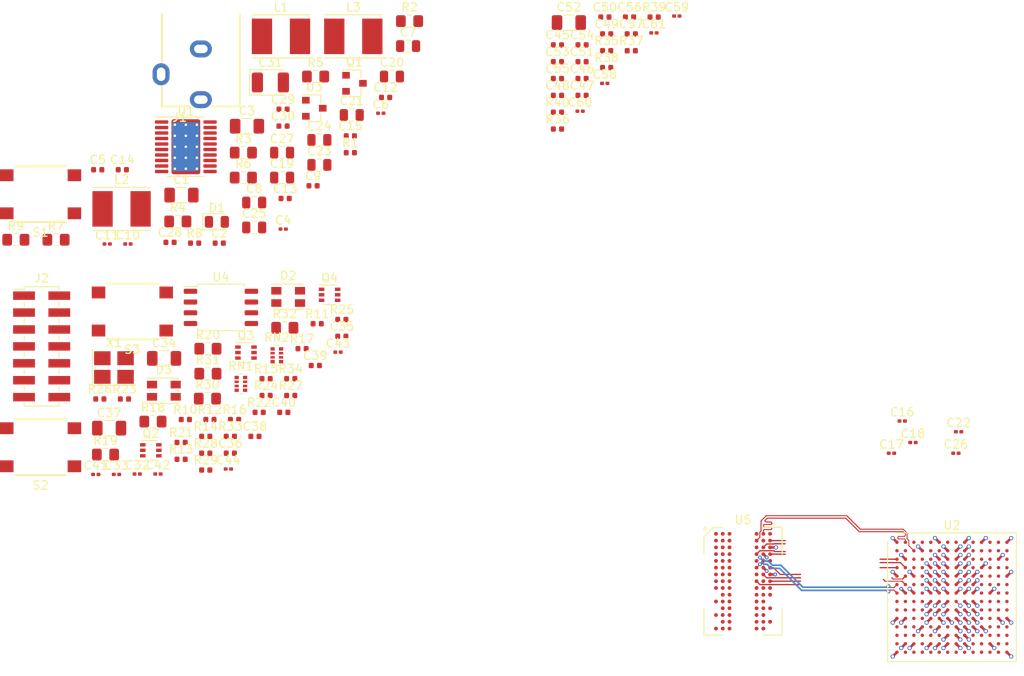
<source format=kicad_pcb>
(kicad_pcb (version 20171130) (host pcbnew "(5.1.4)-1")
  (layers (0 F.Cu signal) (1 In1.Cu power) (2 In2.Cu power) (31 B.Cu signal) (34 B.Paste user) (35 F.Paste user) (36 B.SilkS user) (37 F.SilkS user) (38 B.Mask user) (39 F.Mask user) (44 Edge.Cuts user))
  (net 0 "")
  (net 1 GND)
  (net 2 +1V8)
  (net 3 +1V0)
  (net 4 "Net-(C7-Pad1)")
  (net 5 "Net-(C12-Pad1)")
  (net 6 "Net-(C13-Pad2)")
  (net 7 "Net-(C13-Pad1)")
  (net 8 "Net-(C14-Pad1)")
  (net 9 "Net-(C14-Pad2)")
  (net 10 "Net-(C15-Pad2)")
  (net 11 "Net-(C15-Pad1)")
  (net 12 +3V3)
  (net 13 +1V8A)
  (net 14 GNDA)
  (net 15 ADC_REF)
  (net 16 "Net-(C45-Pad1)")
  (net 17 "Net-(D1-Pad2)")
  (net 18 "Net-(D2-Pad1)")
  (net 19 "Net-(D2-Pad3)")
  (net 20 "Net-(D2-Pad4)")
  (net 21 "Net-(D3-Pad4)")
  (net 22 "Net-(D3-Pad3)")
  (net 23 "Net-(D3-Pad1)")
  (net 24 +12V)
  (net 25 "Net-(J1-Pad3)")
  (net 26 /Bank0_14/JTAG_TMS)
  (net 27 /Bank0_14/JTAG_TCK)
  (net 28 /Bank0_14/JTAG_TDO)
  (net 29 /Bank0_14/JTAG_TDI)
  (net 30 "Net-(J2-Pad12)")
  (net 31 "Net-(J2-Pad14)")
  (net 32 "Net-(Q1-Pad3)")
  (net 33 /Power/PGOOD)
  (net 34 "Net-(Q2-Pad3)")
  (net 35 "Net-(Q2-Pad5)")
  (net 36 "Net-(Q2-Pad2)")
  (net 37 "Net-(Q2-Pad6)")
  (net 38 "Net-(Q3-Pad6)")
  (net 39 "Net-(Q3-Pad2)")
  (net 40 "Net-(Q3-Pad5)")
  (net 41 "Net-(Q3-Pad3)")
  (net 42 "Net-(Q4-Pad3)")
  (net 43 "Net-(Q4-Pad5)")
  (net 44 "Net-(Q4-Pad2)")
  (net 45 "Net-(Q4-Pad6)")
  (net 46 "Net-(R1-Pad1)")
  (net 47 "Net-(R2-Pad1)")
  (net 48 "Net-(R3-Pad1)")
  (net 49 "Net-(R4-Pad1)")
  (net 50 /Bank0_14/RGB1_R)
  (net 51 /Bank0_14/RGB1_G)
  (net 52 /Bank0_14/RGB1_B)
  (net 53 /Bank0_14/INIT_B)
  (net 54 /Bank0_14/PROGRAM_B)
  (net 55 /Bank0_14/RGB2_R)
  (net 56 /Bank0_14/RGB2_G)
  (net 57 /Bank0_14/RGB2_B)
  (net 58 /Bank0_14/SPI_DQ3)
  (net 59 /Bank0_14/SPI_DQ2)
  (net 60 /Bank0_14/SPI_CS)
  (net 61 /Bank0_14/SPI_F_SCLK)
  (net 62 /Bank0_14/SPI_SCLK)
  (net 63 "Net-(R34-Pad2)")
  (net 64 /Bank34/DDR2_CK-)
  (net 65 /Bank34/DDR2_CK+)
  (net 66 "Net-(R38-Pad2)")
  (net 67 /Bank34/DDR2_CKE)
  (net 68 /Bank34/DDR2_ODT)
  (net 69 /Bank0_14/SPI_DQ0)
  (net 70 /Bank0_14/SPI_DQ1)
  (net 71 /Bank0_14/SPI_F_DQ1)
  (net 72 /Bank0_14/SPI_F_DQ0)
  (net 73 /Bank0_14/SPI_F_DQ2)
  (net 74 /Bank0_14/SPI_F_DQ3)
  (net 75 /Bank0_14/SYSRESET)
  (net 76 /Bank34/DDR2_DQS0-)
  (net 77 /Bank34/DDR2_DQ6)
  (net 78 /Bank34/DDR2_DQ7)
  (net 79 /Bank34/DDR2_DQ4)
  (net 80 "Net-(U2-PadA10)")
  (net 81 "Net-(U2-PadA12)")
  (net 82 "Net-(U2-PadA13)")
  (net 83 /Bank34/DDR2_DQ2)
  (net 84 /Bank34/DDR2_DQ3)
  (net 85 /Bank34/DDR2_DQS0+)
  (net 86 /Bank34/DDR2_DQ5)
  (net 87 "Net-(U2-PadB6)")
  (net 88 "Net-(U2-PadB13)")
  (net 89 "Net-(U2-PadB14)")
  (net 90 /Bank34/DDR2_DQ10)
  (net 91 /Bank34/DDR2_DM0)
  (net 92 /Bank34/DDR2_DQ0)
  (net 93 /Bank34/DDR2_DQ1)
  (net 94 "Net-(U2-PadC12)")
  (net 95 "Net-(U2-PadC14)")
  (net 96 /Bank34/DDR2_DQ11)
  (net 97 /Bank34/DDR2_DQ12)
  (net 98 "Net-(U2-PadD3)")
  (net 99 /Bank34/DDR2_DM1)
  (net 100 "Net-(U2-PadD12)")
  (net 101 "Net-(U2-PadD13)")
  (net 102 "Net-(U2-PadD14)")
  (net 103 /Bank34/DDR2_DQ13)
  (net 104 "Net-(U2-PadE4)")
  (net 105 "Net-(U2-PadE11)")
  (net 106 "Net-(U2-PadE12)")
  (net 107 "Net-(U2-PadE13)")
  (net 108 /Bank34/DDR2_DQS1-)
  (net 109 /Bank34/DDR2_DQ14)
  (net 110 /Bank34/DDR2_DQ15)
  (net 111 /Bank34/DDR2_DQ8)
  (net 112 "Net-(U2-PadF11)")
  (net 113 "Net-(U2-PadF12)")
  (net 114 "Net-(U2-PadF13)")
  (net 115 "Net-(U2-PadF14)")
  (net 116 /Bank34/DDR2_DQS1+)
  (net 117 /Bank34/DDR2_DQ9)
  (net 118 /Bank0_14/SYSCLK)
  (net 119 "Net-(U2-PadG14)")
  (net 120 /Bank34/DDR2_A5)
  (net 121 /Bank34/DDR2_A4)
  (net 122 /Bank34/DDR2_A3)
  (net 123 /Bank34/DDR2_A2)
  (net 124 "Net-(U2-PadH11)")
  (net 125 "Net-(U2-PadH12)")
  (net 126 "Net-(U2-PadH13)")
  (net 127 "Net-(U2-PadH14)")
  (net 128 /Bank34/DDR2_A7)
  (net 129 /Bank34/DDR2_A6)
  (net 130 /Bank34/DDR2_A11)
  (net 131 /Bank34/DDR2_A10)
  (net 132 /Bank34/DDR2_A9)
  (net 133 /Bank34/DDR2_A8)
  (net 134 "Net-(U2-PadK12)")
  (net 135 /Bank34/DDR2_A13)
  (net 136 /Bank34/DDR2_BA0)
  (net 137 /Bank34/DDR2_RAS)
  (net 138 "Net-(U2-PadL5)")
  (net 139 "Net-(U2-PadL12)")
  (net 140 "Net-(U2-PadL14)")
  (net 141 /Bank34/DDR2_A12)
  (net 142 /Bank34/DDR2_BA2)
  (net 143 /Bank34/DDR2_BA1)
  (net 144 "Net-(U2-PadM10)")
  (net 145 "Net-(U2-PadM11)")
  (net 146 "Net-(U2-PadM12)")
  (net 147 "Net-(U2-PadM13)")
  (net 148 "Net-(U2-PadM14)")
  (net 149 /Bank34/DDR2_CAS)
  (net 150 /Bank34/DDR2_A1)
  (net 151 "Net-(U2-PadN10)")
  (net 152 "Net-(U2-PadN11)")
  (net 153 "Net-(U2-PadN14)")
  (net 154 /Bank34/DDR2_WE)
  (net 155 /Bank34/DDR2_A0)
  (net 156 "Net-(U2-PadP9)")
  (net 157 "Net-(U2-PadP11)")
  (net 158 "Net-(U2-PadP12)")
  (net 159 "Net-(U2-PadP13)")
  (net 160 "Net-(U5-PadA2)")
  (net 161 "Net-(U5-PadE2)")
  (net 162 "Net-(U5-PadR3)")
  (net 163 "Net-(U5-PadR7)")
  (module Capacitor_SMD:C_1206_3216Metric (layer F.Cu) (at 49.395001 46.945001)
    (fp_text reference C1 (at 0 -1.82) (layer F.SilkS))
    (fp_text value "47 uF")
    (pad 2 smd roundrect (at 1.4 0) (size 1.25 1.75) (layers F.Cu F.Paste F.Mask) (roundrect_rratio 0.2) (net 1 GND))
    (pad 1 smd roundrect (at -1.4 0) (size 1.25 1.75) (layers F.Cu F.Paste F.Mask) (roundrect_rratio 0.2) (net 2 +1V8))
  )
  (module Capacitor_SMD:C_0402_1005Metric (layer F.Cu) (at 53.865001 52.625001)
    (fp_text reference C2 (at 0 -1.17) (layer F.SilkS))
    (fp_text value "4.7 uF")
    (pad 1 smd roundrect (at -0.485 0) (size 0.59 0.64) (layers F.Cu F.Paste F.Mask) (net 2 +1V8))
    (pad 2 smd roundrect (at 0.485 0) (size 0.59 0.64) (layers F.Cu F.Paste F.Mask) (net 1 GND))
  )
  (module Capacitor_SMD:C_1206_3216Metric (layer F.Cu) (at 57.145001 38.805001)
    (fp_text reference C3 (at 0 -1.82) (layer F.SilkS))
    (fp_text value "47 uF")
    (pad 1 smd roundrect (at -1.4 0) (size 1.25 1.75) (layers F.Cu F.Paste F.Mask) (roundrect_rratio 0.2) (net 3 +1V0))
    (pad 2 smd roundrect (at 1.4 0) (size 1.25 1.75) (layers F.Cu F.Paste F.Mask) (roundrect_rratio 0.2) (net 1 GND))
  )
  (module Capacitor_SMD:C_0201_0603Metric (layer F.Cu) (at 61.425001 50.965001)
    (fp_text reference C4 (at 0 -1.05) (layer F.SilkS))
    (fp_text value "0.47 uF")
    (pad 2 smd roundrect (at 0.32 0) (size 0.46 0.4) (layers F.Cu F.Mask) (net 1 GND))
    (pad 1 smd roundrect (at -0.32 0) (size 0.46 0.4) (layers F.Cu F.Mask) (net 2 +1V8))
  )
  (module Capacitor_SMD:C_0402_1005Metric (layer F.Cu) (at 39.495001 43.945001)
    (fp_text reference C5 (at 0 -1.17) (layer F.SilkS))
    (fp_text value "4.7 uF")
    (pad 1 smd roundrect (at -0.485 0) (size 0.59 0.64) (layers F.Cu F.Paste F.Mask) (net 3 +1V0))
    (pad 2 smd roundrect (at 0.485 0) (size 0.59 0.64) (layers F.Cu F.Paste F.Mask) (net 1 GND))
  )
  (module Capacitor_SMD:C_0201_0603Metric (layer F.Cu) (at 72.965001 37.265001)
    (fp_text reference C6 (at 0 -1.05) (layer F.SilkS))
    (fp_text value "0.47 uF")
    (pad 1 smd roundrect (at -0.32 0) (size 0.46 0.4) (layers F.Cu F.Mask) (net 2 +1V8))
    (pad 2 smd roundrect (at 0.32 0) (size 0.46 0.4) (layers F.Cu F.Mask) (net 1 GND))
  )
  (module Capacitor_SMD:C_0805_2012Metric (layer F.Cu) (at 76.195001 29.325001)
    (fp_text reference C7 (at 0 -1.65) (layer F.SilkS))
    (fp_text value "10 uF")
    (pad 2 smd roundrect (at 0.9375 0) (size 0.975 1.4) (layers F.Cu F.Paste F.Mask) (net 1 GND))
    (pad 1 smd roundrect (at -0.9375 0) (size 0.975 1.4) (layers F.Cu F.Paste F.Mask) (net 4 "Net-(C7-Pad1)"))
  )
  (module Capacitor_SMD:C_0805_2012Metric (layer F.Cu) (at 57.995001 47.825001)
    (fp_text reference C8 (at 0 -1.65) (layer F.SilkS))
    (fp_text value "10 uF")
    (pad 1 smd roundrect (at -0.9375 0) (size 0.975 1.4) (layers F.Cu F.Paste F.Mask) (net 4 "Net-(C7-Pad1)"))
    (pad 2 smd roundrect (at 0.9375 0) (size 0.975 1.4) (layers F.Cu F.Paste F.Mask) (net 1 GND))
  )
  (module Capacitor_SMD:C_0402_1005Metric (layer F.Cu) (at 64.955001 45.845001)
    (fp_text reference C9 (at 0 -1.17) (layer F.SilkS))
    (fp_text value "0.1 uF")
    (pad 1 smd roundrect (at -0.485 0) (size 0.59 0.64) (layers F.Cu F.Paste F.Mask) (net 4 "Net-(C7-Pad1)"))
    (pad 2 smd roundrect (at 0.485 0) (size 0.59 0.64) (layers F.Cu F.Paste F.Mask) (net 1 GND))
  )
  (module Capacitor_SMD:C_0201_0603Metric (layer F.Cu) (at 43.065001 52.725001)
    (fp_text reference C10 (at 0 -1.05) (layer F.SilkS))
    (fp_text value "0.47 uF")
    (pad 2 smd roundrect (at 0.32 0) (size 0.46 0.4) (layers F.Cu F.Mask) (net 1 GND))
    (pad 1 smd roundrect (at -0.32 0) (size 0.46 0.4) (layers F.Cu F.Mask) (net 2 +1V8))
  )
  (module Capacitor_SMD:C_0201_0603Metric (layer F.Cu) (at 40.615001 52.725001)
    (fp_text reference C11 (at 0 -1.05) (layer F.SilkS))
    (fp_text value "0.47 uF")
    (pad 2 smd roundrect (at 0.32 0) (size 0.46 0.4) (layers F.Cu F.Mask) (net 1 GND))
    (pad 1 smd roundrect (at -0.32 0) (size 0.46 0.4) (layers F.Cu F.Mask) (net 3 +1V0))
  )
  (module Capacitor_SMD:C_0402_1005Metric (layer F.Cu) (at 73.535001 35.395001)
    (fp_text reference C12 (at 0 -1.17) (layer F.SilkS))
    (fp_text value "1 uF")
    (pad 1 smd roundrect (at -0.485 0) (size 0.59 0.64) (layers F.Cu F.Paste F.Mask) (net 5 "Net-(C12-Pad1)"))
    (pad 2 smd roundrect (at 0.485 0) (size 0.59 0.64) (layers F.Cu F.Paste F.Mask) (net 1 GND))
  )
  (module Capacitor_SMD:C_0402_1005Metric (layer F.Cu) (at 61.655001 47.345001)
    (fp_text reference C13 (at 0 -1.17) (layer F.SilkS))
    (fp_text value "0.1 uF")
    (pad 2 smd roundrect (at 0.485 0) (size 0.59 0.64) (layers F.Cu F.Paste F.Mask) (net 6 "Net-(C13-Pad2)"))
    (pad 1 smd roundrect (at -0.485 0) (size 0.59 0.64) (layers F.Cu F.Paste F.Mask) (net 7 "Net-(C13-Pad1)"))
  )
  (module Capacitor_SMD:C_0402_1005Metric (layer F.Cu) (at 42.405001 43.945001)
    (fp_text reference C14 (at 0 -1.17) (layer F.SilkS))
    (fp_text value "0.1 uF")
    (pad 1 smd roundrect (at -0.485 0) (size 0.59 0.64) (layers F.Cu F.Paste F.Mask) (net 8 "Net-(C14-Pad1)"))
    (pad 2 smd roundrect (at 0.485 0) (size 0.59 0.64) (layers F.Cu F.Paste F.Mask) (net 9 "Net-(C14-Pad2)"))
  )
  (module Capacitor_SMD:C_0402_1005Metric (layer F.Cu) (at 69.365001 39.945001)
    (fp_text reference C15 (at 0 -1.17) (layer F.SilkS))
    (fp_text value "0.1 uF")
    (pad 2 smd roundrect (at 0.485 0) (size 0.59 0.64) (layers F.Cu F.Paste F.Mask) (net 10 "Net-(C15-Pad2)"))
    (pad 1 smd roundrect (at -0.485 0) (size 0.59 0.64) (layers F.Cu F.Paste F.Mask) (net 11 "Net-(C15-Pad1)"))
  )
  (module Capacitor_SMD:C_0201_0603Metric (layer F.Cu) (at 134.62 73.66)
    (fp_text reference C16 (at 0 -1.05) (layer F.SilkS))
    (fp_text value "0.47 uF")
    (pad 1 smd roundrect (at -0.32 0) (size 0.46 0.4) (layers F.Cu F.Mask) (net 3 +1V0))
    (pad 2 smd roundrect (at 0.32 0) (size 0.46 0.4) (layers F.Cu F.Mask) (net 1 GND))
  )
  (module Capacitor_SMD:C_0201_0603Metric (layer F.Cu) (at 133.35 77.47)
    (fp_text reference C17 (at 0 -1.05) (layer F.SilkS))
    (fp_text value "0.47 uF")
    (pad 1 smd roundrect (at -0.32 0) (size 0.46 0.4) (layers F.Cu F.Mask) (net 3 +1V0))
    (pad 2 smd roundrect (at 0.32 0) (size 0.46 0.4) (layers F.Cu F.Mask) (net 1 GND))
  )
  (module Capacitor_SMD:C_0201_0603Metric (layer F.Cu) (at 135.89 76.2)
    (fp_text reference C18 (at 0 -1.05) (layer F.SilkS))
    (fp_text value "0.47 uF")
    (pad 2 smd roundrect (at 0.32 0) (size 0.46 0.4) (layers F.Cu F.Mask) (net 1 GND))
    (pad 1 smd roundrect (at -0.32 0) (size 0.46 0.4) (layers F.Cu F.Mask) (net 3 +1V0))
  )
  (module Capacitor_SMD:C_0805_2012Metric (layer F.Cu) (at 61.295001 44.875001)
    (fp_text reference C19 (at 0 -1.65) (layer F.SilkS))
    (fp_text value "22 uF")
    (pad 1 smd roundrect (at -0.9375 0) (size 0.975 1.4) (layers F.Cu F.Paste F.Mask) (net 2 +1V8))
    (pad 2 smd roundrect (at 0.9375 0) (size 0.975 1.4) (layers F.Cu F.Paste F.Mask) (net 1 GND))
  )
  (module Capacitor_SMD:C_0805_2012Metric (layer F.Cu) (at 74.285001 32.925001)
    (fp_text reference C20 (at 0 -1.65) (layer F.SilkS))
    (fp_text value "22 uF")
    (pad 2 smd roundrect (at 0.9375 0) (size 0.975 1.4) (layers F.Cu F.Paste F.Mask) (net 1 GND))
    (pad 1 smd roundrect (at -0.9375 0) (size 0.975 1.4) (layers F.Cu F.Paste F.Mask) (net 3 +1V0))
  )
  (module Capacitor_SMD:C_0805_2012Metric (layer F.Cu) (at 69.535001 37.475001)
    (fp_text reference C21 (at 0 -1.65) (layer F.SilkS))
    (fp_text value "22 uF")
    (pad 2 smd roundrect (at 0.9375 0) (size 0.975 1.4) (layers F.Cu F.Paste F.Mask) (net 1 GND))
    (pad 1 smd roundrect (at -0.9375 0) (size 0.975 1.4) (layers F.Cu F.Paste F.Mask) (net 12 +3V3))
  )
  (module Capacitor_SMD:C_0201_0603Metric (layer F.Cu) (at 141.29 74.93)
    (fp_text reference C22 (at 0 -1.05) (layer F.SilkS))
    (fp_text value "0.47 uF")
    (pad 2 smd roundrect (at 0.32 0) (size 0.46 0.4) (layers F.Cu F.Mask) (net 1 GND))
    (pad 1 smd roundrect (at -0.32 0) (size 0.46 0.4) (layers F.Cu F.Mask) (net 3 +1V0))
  )
  (module Capacitor_SMD:C_0805_2012Metric (layer F.Cu) (at 65.705001 43.375001)
    (fp_text reference C23 (at 0 -1.65) (layer F.SilkS))
    (fp_text value "22 uF")
    (pad 1 smd roundrect (at -0.9375 0) (size 0.975 1.4) (layers F.Cu F.Paste F.Mask) (net 2 +1V8))
    (pad 2 smd roundrect (at 0.9375 0) (size 0.975 1.4) (layers F.Cu F.Paste F.Mask) (net 1 GND))
  )
  (module Capacitor_SMD:C_0805_2012Metric (layer F.Cu) (at 65.705001 40.425001)
    (fp_text reference C24 (at 0 -1.65) (layer F.SilkS))
    (fp_text value "22 uF")
    (pad 1 smd roundrect (at -0.9375 0) (size 0.975 1.4) (layers F.Cu F.Paste F.Mask) (net 3 +1V0))
    (pad 2 smd roundrect (at 0.9375 0) (size 0.975 1.4) (layers F.Cu F.Paste F.Mask) (net 1 GND))
  )
  (module Capacitor_SMD:C_0805_2012Metric (layer F.Cu) (at 57.995001 50.775001)
    (fp_text reference C25 (at 0 -1.65) (layer F.SilkS))
    (fp_text value "22 uF")
    (pad 2 smd roundrect (at 0.9375 0) (size 0.975 1.4) (layers F.Cu F.Paste F.Mask) (net 1 GND))
    (pad 1 smd roundrect (at -0.9375 0) (size 0.975 1.4) (layers F.Cu F.Paste F.Mask) (net 12 +3V3))
  )
  (module Capacitor_SMD:C_0201_0603Metric (layer F.Cu) (at 140.97 77.47)
    (fp_text reference C26 (at 0 -1.05) (layer F.SilkS))
    (fp_text value "0.47 uF")
    (pad 1 smd roundrect (at -0.32 0) (size 0.46 0.4) (layers F.Cu F.Mask) (net 3 +1V0))
    (pad 2 smd roundrect (at 0.32 0) (size 0.46 0.4) (layers F.Cu F.Mask) (net 1 GND))
  )
  (module Capacitor_SMD:C_0805_2012Metric (layer F.Cu) (at 61.295001 41.925001)
    (fp_text reference C27 (at 0 -1.65) (layer F.SilkS))
    (fp_text value "22 uF")
    (pad 1 smd roundrect (at -0.9375 0) (size 0.975 1.4) (layers F.Cu F.Paste F.Mask) (net 3 +1V0))
    (pad 2 smd roundrect (at 0.9375 0) (size 0.975 1.4) (layers F.Cu F.Paste F.Mask) (net 1 GND))
  )
  (module Capacitor_SMD:C_0402_1005Metric (layer F.Cu) (at 48.045001 52.535001)
    (fp_text reference C28 (at 0 -1.17) (layer F.SilkS))
    (fp_text value "4.7 uF")
    (pad 1 smd roundrect (at -0.485 0) (size 0.59 0.64) (layers F.Cu F.Paste F.Mask) (net 3 +1V0))
    (pad 2 smd roundrect (at 0.485 0) (size 0.59 0.64) (layers F.Cu F.Paste F.Mask) (net 1 GND))
  )
  (module Capacitor_SMD:C_0402_1005Metric (layer F.Cu) (at 61.405001 36.795001)
    (fp_text reference C29 (at 0 -1.17) (layer F.SilkS))
    (fp_text value "4.7 uF")
    (pad 2 smd roundrect (at 0.485 0) (size 0.59 0.64) (layers F.Cu F.Paste F.Mask) (net 1 GND))
    (pad 1 smd roundrect (at -0.485 0) (size 0.59 0.64) (layers F.Cu F.Paste F.Mask) (net 3 +1V0))
  )
  (module Capacitor_SMD:C_0402_1005Metric (layer F.Cu) (at 61.405001 38.785001)
    (fp_text reference C30 (at 0 -1.17) (layer F.SilkS))
    (fp_text value "4.7 uF")
    (pad 1 smd roundrect (at -0.485 0) (size 0.59 0.64) (layers F.Cu F.Paste F.Mask) (net 3 +1V0))
    (pad 2 smd roundrect (at 0.485 0) (size 0.59 0.64) (layers F.Cu F.Paste F.Mask) (net 1 GND))
  )
  (module Capacitor_Tantalum_SMD:CP_EIA-3528-15_AVX-H (layer F.Cu) (at 59.910001 33.625001)
    (fp_text reference C31 (at 0 -2.35) (layer F.SilkS))
    (fp_text value "100 uF")
    (pad 1 smd roundrect (at -1.5375 0) (size 1.325 2.35) (layers F.Cu F.Paste F.Mask) (roundrect_rratio 0.188679) (net 3 +1V0))
    (pad 2 smd roundrect (at 1.5375 0) (size 1.325 2.35) (layers F.Cu F.Paste F.Mask) (roundrect_rratio 0.188679) (net 1 GND))
  )
  (module Capacitor_SMD:C_0201_0603Metric (layer F.Cu) (at 44.165001 79.925001)
    (fp_text reference C32 (at 0 -1.05) (layer F.SilkS))
    (fp_text value "0.1 uF")
    (pad 1 smd roundrect (at -0.32 0) (size 0.46 0.4) (layers F.Cu F.Mask) (net 13 +1V8A))
    (pad 2 smd roundrect (at 0.32 0) (size 0.46 0.4) (layers F.Cu F.Mask) (net 14 GNDA))
  )
  (module Capacitor_SMD:C_0201_0603Metric (layer F.Cu) (at 41.715001 79.975001)
    (fp_text reference C33 (at 0 -1.05) (layer F.SilkS))
    (fp_text value "0.1 uF")
    (pad 2 smd roundrect (at 0.32 0) (size 0.46 0.4) (layers F.Cu F.Mask) (net 14 GNDA))
    (pad 1 smd roundrect (at -0.32 0) (size 0.46 0.4) (layers F.Cu F.Mask) (net 15 ADC_REF))
  )
  (module Capacitor_SMD:C_1206_3216Metric (layer F.Cu) (at 47.345001 66.255001)
    (fp_text reference C34 (at 0 -1.82) (layer F.SilkS))
    (fp_text value "47 uF")
    (pad 2 smd roundrect (at 1.4 0) (size 1.25 1.75) (layers F.Cu F.Paste F.Mask) (roundrect_rratio 0.2) (net 1 GND))
    (pad 1 smd roundrect (at -1.4 0) (size 1.25 1.75) (layers F.Cu F.Paste F.Mask) (roundrect_rratio 0.2) (net 12 +3V3))
  )
  (module Capacitor_SMD:C_0402_1005Metric (layer F.Cu) (at 68.355001 63.645001)
    (fp_text reference C35 (at 0 -1.17) (layer F.SilkS))
    (fp_text value "0.1 uF")
    (pad 2 smd roundrect (at 0.485 0) (size 0.59 0.64) (layers F.Cu F.Paste F.Mask) (net 1 GND))
    (pad 1 smd roundrect (at -0.485 0) (size 0.59 0.64) (layers F.Cu F.Paste F.Mask) (net 12 +3V3))
  )
  (module Capacitor_SMD:C_0402_1005Metric (layer F.Cu) (at 55.175001 77.465001)
    (fp_text reference C36 (at 0 -1.17) (layer F.SilkS))
    (fp_text value "1 uF")
    (pad 1 smd roundrect (at -0.485 0) (size 0.59 0.64) (layers F.Cu F.Paste F.Mask) (net 12 +3V3))
    (pad 2 smd roundrect (at 0.485 0) (size 0.59 0.64) (layers F.Cu F.Paste F.Mask) (net 1 GND))
  )
  (module Capacitor_SMD:C_1206_3216Metric (layer F.Cu) (at 40.845001 74.505001)
    (fp_text reference C37 (at 0 -1.82) (layer F.SilkS))
    (fp_text value "47 uF")
    (pad 1 smd roundrect (at -1.4 0) (size 1.25 1.75) (layers F.Cu F.Paste F.Mask) (roundrect_rratio 0.2) (net 12 +3V3))
    (pad 2 smd roundrect (at 1.4 0) (size 1.25 1.75) (layers F.Cu F.Paste F.Mask) (roundrect_rratio 0.2) (net 1 GND))
  )
  (module Capacitor_SMD:C_0402_1005Metric (layer F.Cu) (at 58.085001 75.475001)
    (fp_text reference C38 (at 0 -1.17) (layer F.SilkS))
    (fp_text value "0.1 uF")
    (pad 2 smd roundrect (at 0.485 0) (size 0.59 0.64) (layers F.Cu F.Paste F.Mask) (net 1 GND))
    (pad 1 smd roundrect (at -0.485 0) (size 0.59 0.64) (layers F.Cu F.Paste F.Mask) (net 12 +3V3))
  )
  (module Capacitor_SMD:C_0402_1005Metric (layer F.Cu) (at 65.225001 67.095001)
    (fp_text reference C39 (at 0 -1.17) (layer F.SilkS))
    (fp_text value "4.7 uF")
    (pad 2 smd roundrect (at 0.485 0) (size 0.59 0.64) (layers F.Cu F.Paste F.Mask) (net 1 GND))
    (pad 1 smd roundrect (at -0.485 0) (size 0.59 0.64) (layers F.Cu F.Paste F.Mask) (net 12 +3V3))
  )
  (module Capacitor_SMD:C_0402_1005Metric (layer F.Cu) (at 61.495001 72.635001)
    (fp_text reference C40 (at 0 -1.17) (layer F.SilkS))
    (fp_text value "4.7 uF")
    (pad 2 smd roundrect (at 0.485 0) (size 0.59 0.64) (layers F.Cu F.Paste F.Mask) (net 1 GND))
    (pad 1 smd roundrect (at -0.485 0) (size 0.59 0.64) (layers F.Cu F.Paste F.Mask) (net 12 +3V3))
  )
  (module Capacitor_SMD:C_0201_0603Metric (layer F.Cu) (at 39.265001 79.975001)
    (fp_text reference C41 (at 0 -1.05) (layer F.SilkS))
    (fp_text value "0.47 uF")
    (pad 1 smd roundrect (at -0.32 0) (size 0.46 0.4) (layers F.Cu F.Mask) (net 12 +3V3))
    (pad 2 smd roundrect (at 0.32 0) (size 0.46 0.4) (layers F.Cu F.Mask) (net 1 GND))
  )
  (module Capacitor_SMD:C_0201_0603Metric (layer F.Cu) (at 46.615001 79.925001)
    (fp_text reference C42 (at 0 -1.05) (layer F.SilkS))
    (fp_text value "0.47 uF")
    (pad 2 smd roundrect (at 0.32 0) (size 0.46 0.4) (layers F.Cu F.Mask) (net 1 GND))
    (pad 1 smd roundrect (at -0.32 0) (size 0.46 0.4) (layers F.Cu F.Mask) (net 12 +3V3))
  )
  (module Capacitor_SMD:C_0201_0603Metric (layer F.Cu) (at 67.905001 65.515001)
    (fp_text reference C43 (at 0 -1.05) (layer F.SilkS))
    (fp_text value "0.47 uF")
    (pad 1 smd roundrect (at -0.32 0) (size 0.46 0.4) (layers F.Cu F.Mask) (net 12 +3V3))
    (pad 2 smd roundrect (at 0.32 0) (size 0.46 0.4) (layers F.Cu F.Mask) (net 1 GND))
  )
  (module Capacitor_SMD:C_0201_0603Metric (layer F.Cu) (at 54.945001 79.335001)
    (fp_text reference C44 (at 0 -1.05) (layer F.SilkS))
    (fp_text value "0.47 uF")
    (pad 2 smd roundrect (at 0.32 0) (size 0.46 0.4) (layers F.Cu F.Mask) (net 1 GND))
    (pad 1 smd roundrect (at -0.32 0) (size 0.46 0.4) (layers F.Cu F.Mask) (net 12 +3V3))
  )
  (module Capacitor_SMD:C_0402_1005Metric (layer F.Cu) (at 93.855001 29.185001)
    (fp_text reference C45 (at 0 -1.17) (layer F.SilkS))
    (fp_text value 0.1uF)
    (pad 2 smd roundrect (at 0.485 0) (size 0.59 0.64) (layers F.Cu F.Paste F.Mask) (net 1 GND))
    (pad 1 smd roundrect (at -0.485 0) (size 0.59 0.64) (layers F.Cu F.Paste F.Mask) (net 16 "Net-(C45-Pad1)"))
  )
  (module Capacitor_SMD:C_0402_1005Metric (layer F.Cu) (at 96.765001 33.165001)
    (fp_text reference C46 (at 0 -1.17) (layer F.SilkS))
    (fp_text value 10nF)
    (pad 1 smd roundrect (at -0.485 0) (size 0.59 0.64) (layers F.Cu F.Paste F.Mask) (net 16 "Net-(C45-Pad1)"))
    (pad 2 smd roundrect (at 0.485 0) (size 0.59 0.64) (layers F.Cu F.Paste F.Mask) (net 1 GND))
  )
  (module Capacitor_SMD:C_0402_1005Metric (layer F.Cu) (at 96.765001 35.155001)
    (fp_text reference C47 (at 0 -1.17) (layer F.SilkS))
    (fp_text value 0.1uF)
    (pad 2 smd roundrect (at 0.485 0) (size 0.59 0.64) (layers F.Cu F.Paste F.Mask) (net 1 GND))
    (pad 1 smd roundrect (at -0.485 0) (size 0.59 0.64) (layers F.Cu F.Paste F.Mask) (net 2 +1V8))
  )
  (module Capacitor_SMD:C_0402_1005Metric (layer F.Cu) (at 93.855001 35.155001)
    (fp_text reference C48 (at 0 -1.17) (layer F.SilkS))
    (fp_text value 0.1uF)
    (pad 2 smd roundrect (at 0.485 0) (size 0.59 0.64) (layers F.Cu F.Paste F.Mask) (net 1 GND))
    (pad 1 smd roundrect (at -0.485 0) (size 0.59 0.64) (layers F.Cu F.Paste F.Mask) (net 2 +1V8))
  )
  (module Capacitor_SMD:C_0402_1005Metric (layer F.Cu) (at 99.675001 27.885001)
    (fp_text reference C49 (at 0 -1.17) (layer F.SilkS))
    (fp_text value 0.1uF)
    (pad 1 smd roundrect (at -0.485 0) (size 0.59 0.64) (layers F.Cu F.Paste F.Mask) (net 2 +1V8))
    (pad 2 smd roundrect (at 0.485 0) (size 0.59 0.64) (layers F.Cu F.Paste F.Mask) (net 1 GND))
  )
  (module Capacitor_SMD:C_0402_1005Metric (layer F.Cu) (at 99.465001 25.895001)
    (fp_text reference C50 (at 0 -1.17) (layer F.SilkS))
    (fp_text value 0.1uF)
    (pad 2 smd roundrect (at 0.485 0) (size 0.59 0.64) (layers F.Cu F.Paste F.Mask) (net 1 GND))
    (pad 1 smd roundrect (at -0.485 0) (size 0.59 0.64) (layers F.Cu F.Paste F.Mask) (net 2 +1V8))
  )
  (module Capacitor_SMD:C_0402_1005Metric (layer F.Cu) (at 96.765001 31.175001)
    (fp_text reference C51 (at 0 -1.17) (layer F.SilkS))
    (fp_text value 1.0uF)
    (pad 2 smd roundrect (at 0.485 0) (size 0.59 0.64) (layers F.Cu F.Paste F.Mask) (net 1 GND))
    (pad 1 smd roundrect (at -0.485 0) (size 0.59 0.64) (layers F.Cu F.Paste F.Mask) (net 2 +1V8))
  )
  (module Capacitor_SMD:C_1206_3216Metric (layer F.Cu) (at 95.205001 26.545001)
    (fp_text reference C52 (at 0 -1.82) (layer F.SilkS))
    (fp_text value "47 uF")
    (pad 1 smd roundrect (at -1.4 0) (size 1.25 1.75) (layers F.Cu F.Paste F.Mask) (roundrect_rratio 0.2) (net 2 +1V8))
    (pad 2 smd roundrect (at 1.4 0) (size 1.25 1.75) (layers F.Cu F.Paste F.Mask) (roundrect_rratio 0.2) (net 1 GND))
  )
  (module Capacitor_SMD:C_0402_1005Metric (layer F.Cu) (at 93.855001 31.175001)
    (fp_text reference C53 (at 0 -1.17) (layer F.SilkS))
    (fp_text value 1.0uF)
    (pad 2 smd roundrect (at 0.485 0) (size 0.59 0.64) (layers F.Cu F.Paste F.Mask) (net 1 GND))
    (pad 1 smd roundrect (at -0.485 0) (size 0.59 0.64) (layers F.Cu F.Paste F.Mask) (net 2 +1V8))
  )
  (module Capacitor_SMD:C_0402_1005Metric (layer F.Cu) (at 96.765001 29.185001)
    (fp_text reference C54 (at 0 -1.17) (layer F.SilkS))
    (fp_text value "4.7 uF")
    (pad 1 smd roundrect (at -0.485 0) (size 0.59 0.64) (layers F.Cu F.Paste F.Mask) (net 2 +1V8))
    (pad 2 smd roundrect (at 0.485 0) (size 0.59 0.64) (layers F.Cu F.Paste F.Mask) (net 1 GND))
  )
  (module Capacitor_SMD:C_0402_1005Metric (layer F.Cu) (at 93.855001 33.165001)
    (fp_text reference C55 (at 0 -1.17) (layer F.SilkS))
    (fp_text value 1.0uF)
    (pad 1 smd roundrect (at -0.485 0) (size 0.59 0.64) (layers F.Cu F.Paste F.Mask) (net 2 +1V8))
    (pad 2 smd roundrect (at 0.485 0) (size 0.59 0.64) (layers F.Cu F.Paste F.Mask) (net 1 GND))
  )
  (module Capacitor_SMD:C_0402_1005Metric (layer F.Cu) (at 102.375001 25.895001)
    (fp_text reference C56 (at 0 -1.17) (layer F.SilkS))
    (fp_text value "4.7 uF")
    (pad 1 smd roundrect (at -0.485 0) (size 0.59 0.64) (layers F.Cu F.Paste F.Mask) (net 2 +1V8))
    (pad 2 smd roundrect (at 0.485 0) (size 0.59 0.64) (layers F.Cu F.Paste F.Mask) (net 1 GND))
  )
  (module Capacitor_SMD:C_0402_1005Metric (layer F.Cu) (at 102.585001 27.885001)
    (fp_text reference C57 (at 0 -1.17) (layer F.SilkS))
    (fp_text value 1.0uF)
    (pad 1 smd roundrect (at -0.485 0) (size 0.59 0.64) (layers F.Cu F.Paste F.Mask) (net 2 +1V8))
    (pad 2 smd roundrect (at 0.485 0) (size 0.59 0.64) (layers F.Cu F.Paste F.Mask) (net 1 GND))
  )
  (module Capacitor_SMD:C_0201_0603Metric (layer F.Cu) (at 99.445001 33.735001)
    (fp_text reference C58 (at 0 -1.05) (layer F.SilkS))
    (fp_text value "0.47 uF")
    (pad 1 smd roundrect (at -0.32 0) (size 0.46 0.4) (layers F.Cu F.Mask) (net 2 +1V8))
    (pad 2 smd roundrect (at 0.32 0) (size 0.46 0.4) (layers F.Cu F.Mask) (net 1 GND))
  )
  (module Capacitor_SMD:C_0201_0603Metric (layer F.Cu) (at 107.965001 25.775001)
    (fp_text reference C59 (at 0 -1.05) (layer F.SilkS))
    (fp_text value "0.47 uF")
    (pad 1 smd roundrect (at -0.32 0) (size 0.46 0.4) (layers F.Cu F.Mask) (net 2 +1V8))
    (pad 2 smd roundrect (at 0.32 0) (size 0.46 0.4) (layers F.Cu F.Mask) (net 1 GND))
  )
  (module Capacitor_SMD:C_0201_0603Metric (layer F.Cu) (at 96.535001 37.025001)
    (fp_text reference C60 (at 0 -1.05) (layer F.SilkS))
    (fp_text value "0.47 uF")
    (pad 2 smd roundrect (at 0.32 0) (size 0.46 0.4) (layers F.Cu F.Mask) (net 1 GND))
    (pad 1 smd roundrect (at -0.32 0) (size 0.46 0.4) (layers F.Cu F.Mask) (net 2 +1V8))
  )
  (module Capacitor_SMD:C_0201_0603Metric (layer F.Cu) (at 105.265001 27.765001)
    (fp_text reference C61 (at 0 -1.05) (layer F.SilkS))
    (fp_text value "0.47 uF")
    (pad 1 smd roundrect (at -0.32 0) (size 0.46 0.4) (layers F.Cu F.Mask) (net 2 +1V8))
    (pad 2 smd roundrect (at 0.32 0) (size 0.46 0.4) (layers F.Cu F.Mask) (net 1 GND))
  )
  (module LED_SMD:LED_0805_2012Metric (layer F.Cu) (at 53.585001 50.110001)
    (fp_text reference D1 (at 0 -1.65) (layer F.SilkS))
    (fp_text value POWER_GOOD)
    (pad 1 smd roundrect (at -0.9375 0) (size 0.975 1.4) (layers F.Cu F.Paste F.Mask) (net 12 +3V3))
    (pad 2 smd roundrect (at 0.9375 0) (size 0.975 1.4) (layers F.Cu F.Paste F.Mask) (net 17 "Net-(D1-Pad2)"))
  )
  (module LED_SMD:LED_Kingbright_AAA3528ESGCT (layer F.Cu) (at 62.015001 58.985001)
    (fp_text reference D2 (at 0 -2.5) (layer F.SilkS))
    (fp_text value LED_RAGB)
    (pad 1 smd rect (at -1.4 -0.725) (size 1.2 0.9) (layers F.Cu F.Paste F.Mask) (net 18 "Net-(D2-Pad1)"))
    (pad 3 smd rect (at 1.4 0.725) (size 1.2 0.9) (layers F.Cu F.Paste F.Mask) (net 19 "Net-(D2-Pad3)"))
    (pad 4 smd rect (at -1.4 0.725) (size 1.2 0.9) (layers F.Cu F.Paste F.Mask) (net 20 "Net-(D2-Pad4)"))
    (pad 2 smd rect (at 1.4 -0.725) (size 1.2 0.9) (layers F.Cu F.Paste F.Mask) (net 12 +3V3))
  )
  (module LED_SMD:LED_Kingbright_AAA3528ESGCT (layer F.Cu) (at 47.315001 70.075001)
    (fp_text reference D3 (at 0 -2.5) (layer F.SilkS))
    (fp_text value LED_RAGB)
    (pad 2 smd rect (at 1.4 -0.725) (size 1.2 0.9) (layers F.Cu F.Paste F.Mask) (net 12 +3V3))
    (pad 4 smd rect (at -1.4 0.725) (size 1.2 0.9) (layers F.Cu F.Paste F.Mask) (net 21 "Net-(D3-Pad4)"))
    (pad 3 smd rect (at 1.4 0.725) (size 1.2 0.9) (layers F.Cu F.Paste F.Mask) (net 22 "Net-(D3-Pad3)"))
    (pad 1 smd rect (at -1.4 -0.725) (size 1.2 0.9) (layers F.Cu F.Paste F.Mask) (net 23 "Net-(D3-Pad1)"))
  )
  (module my_parts:PJ_102B (layer F.Cu) (at 51.69 32.660001)
    (fp_text reference J1 (at -2.5 5.1) (layer F.SilkS))
    (fp_text value Barrel_Jack_Switch)
    (pad 1 thru_hole oval (at 0 3) (size 2.6 2) (drill oval 1.6 1) (layers *.Cu *.Mask) (net 24 +12V))
    (pad 2 thru_hole oval (at 0 -3) (size 2.6 2) (drill oval 1.6 1) (layers *.Cu *.Mask) (net 1 GND))
    (pad 3 thru_hole oval (at -4.7 0) (size 2 2.6) (drill oval 1 1.6) (layers *.Cu *.Mask) (net 25 "Net-(J1-Pad3)"))
  )
  (module Connector_PinHeader_2.00mm:PinHeader_2x07_P2.00mm_Vertical_SMD (layer F.Cu) (at 32.865001 64.835001)
    (fp_text reference J2 (at 0 -8.06) (layer F.SilkS))
    (fp_text value XILINX_JTAG)
    (pad 1 smd rect (at -2.085 -6) (size 2.58 1) (layers F.Cu F.Paste F.Mask) (net 1 GND))
    (pad 2 smd rect (at 2.085 -6) (size 2.58 1) (layers F.Cu F.Paste F.Mask) (net 12 +3V3))
    (pad 3 smd rect (at -2.085 -4) (size 2.58 1) (layers F.Cu F.Paste F.Mask) (net 1 GND))
    (pad 4 smd rect (at 2.085 -4) (size 2.58 1) (layers F.Cu F.Paste F.Mask) (net 26 /Bank0_14/JTAG_TMS))
    (pad 5 smd rect (at -2.085 -2) (size 2.58 1) (layers F.Cu F.Paste F.Mask) (net 1 GND))
    (pad 6 smd rect (at 2.085 -2) (size 2.58 1) (layers F.Cu F.Paste F.Mask) (net 27 /Bank0_14/JTAG_TCK))
    (pad 7 smd rect (at -2.085 0) (size 2.58 1) (layers F.Cu F.Paste F.Mask) (net 1 GND))
    (pad 8 smd rect (at 2.085 0) (size 2.58 1) (layers F.Cu F.Paste F.Mask) (net 28 /Bank0_14/JTAG_TDO))
    (pad 9 smd rect (at -2.085 2) (size 2.58 1) (layers F.Cu F.Paste F.Mask) (net 1 GND))
    (pad 10 smd rect (at 2.085 2) (size 2.58 1) (layers F.Cu F.Paste F.Mask) (net 29 /Bank0_14/JTAG_TDI))
    (pad 11 smd rect (at -2.085 4) (size 2.58 1) (layers F.Cu F.Paste F.Mask) (net 1 GND))
    (pad 12 smd rect (at 2.085 4) (size 2.58 1) (layers F.Cu F.Paste F.Mask) (net 30 "Net-(J2-Pad12)"))
    (pad 13 smd rect (at -2.085 6) (size 2.58 1) (layers F.Cu F.Paste F.Mask) (net 1 GND))
    (pad 14 smd rect (at 2.085 6) (size 2.58 1) (layers F.Cu F.Paste F.Mask) (net 31 "Net-(J2-Pad14)"))
  )
  (module Inductor_SMD:L_Taiyo-Yuden_NR-50xx_HandSoldering (layer F.Cu) (at 61.165001 28.175001)
    (fp_text reference L1 (at 0 -3.45) (layer F.SilkS))
    (fp_text value "2.2 uH")
    (pad 2 smd rect (at 2.25 0) (size 2.4 4.2) (layers F.Cu F.Paste F.Mask) (net 2 +1V8))
    (pad 1 smd rect (at -2.25 0) (size 2.4 4.2) (layers F.Cu F.Paste F.Mask) (net 7 "Net-(C13-Pad1)"))
  )
  (module Inductor_SMD:L_Taiyo-Yuden_NR-50xx_HandSoldering (layer F.Cu) (at 42.315001 48.575001)
    (fp_text reference L2 (at 0 -3.45) (layer F.SilkS))
    (fp_text value "2.2 uH")
    (pad 1 smd rect (at -2.25 0) (size 2.4 4.2) (layers F.Cu F.Paste F.Mask) (net 8 "Net-(C14-Pad1)"))
    (pad 2 smd rect (at 2.25 0) (size 2.4 4.2) (layers F.Cu F.Paste F.Mask) (net 3 +1V0))
  )
  (module Inductor_SMD:L_Taiyo-Yuden_NR-50xx_HandSoldering (layer F.Cu) (at 69.715001 28.175001)
    (fp_text reference L3 (at 0 -3.45) (layer F.SilkS))
    (fp_text value "2.2 uH")
    (pad 1 smd rect (at -2.25 0) (size 2.4 4.2) (layers F.Cu F.Paste F.Mask) (net 11 "Net-(C15-Pad1)"))
    (pad 2 smd rect (at 2.25 0) (size 2.4 4.2) (layers F.Cu F.Paste F.Mask) (net 12 +3V3))
  )
  (module Package_TO_SOT_SMD:SOT-23 (layer F.Cu) (at 69.855001 33.725001)
    (fp_text reference Q1 (at 0 -2.5) (layer F.SilkS))
    (fp_text value DMN2020L)
    (pad 3 smd rect (at 1 0) (size 0.9 0.8) (layers F.Cu F.Paste F.Mask) (net 32 "Net-(Q1-Pad3)"))
    (pad 2 smd rect (at -1 0.95) (size 0.9 0.8) (layers F.Cu F.Paste F.Mask) (net 1 GND))
    (pad 1 smd rect (at -1 -0.95) (size 0.9 0.8) (layers F.Cu F.Paste F.Mask) (net 33 /Power/PGOOD))
  )
  (module Package_TO_SOT_SMD:SOT-363_SC-70-6 (layer F.Cu) (at 45.775001 77.125001)
    (fp_text reference Q2 (at 0 -2) (layer F.SilkS))
    (fp_text value DMN63D8LDW)
    (pad 1 smd rect (at -0.95 -0.65) (size 0.65 0.4) (layers F.Cu F.Paste F.Mask) (net 1 GND))
    (pad 3 smd rect (at -0.95 0.65) (size 0.65 0.4) (layers F.Cu F.Paste F.Mask) (net 34 "Net-(Q2-Pad3)"))
    (pad 5 smd rect (at 0.95 0) (size 0.65 0.4) (layers F.Cu F.Paste F.Mask) (net 35 "Net-(Q2-Pad5)"))
    (pad 2 smd rect (at -0.95 0) (size 0.65 0.4) (layers F.Cu F.Paste F.Mask) (net 36 "Net-(Q2-Pad2)"))
    (pad 4 smd rect (at 0.95 0.65) (size 0.65 0.4) (layers F.Cu F.Paste F.Mask) (net 1 GND))
    (pad 6 smd rect (at 0.95 -0.65) (size 0.65 0.4) (layers F.Cu F.Paste F.Mask) (net 37 "Net-(Q2-Pad6)"))
  )
  (module Package_TO_SOT_SMD:SOT-363_SC-70-6 (layer F.Cu) (at 57.025001 65.565001)
    (fp_text reference Q3 (at 0 -2) (layer F.SilkS))
    (fp_text value DMN63D8LDW)
    (pad 6 smd rect (at 0.95 -0.65) (size 0.65 0.4) (layers F.Cu F.Paste F.Mask) (net 38 "Net-(Q3-Pad6)"))
    (pad 4 smd rect (at 0.95 0.65) (size 0.65 0.4) (layers F.Cu F.Paste F.Mask) (net 1 GND))
    (pad 2 smd rect (at -0.95 0) (size 0.65 0.4) (layers F.Cu F.Paste F.Mask) (net 39 "Net-(Q3-Pad2)"))
    (pad 5 smd rect (at 0.95 0) (size 0.65 0.4) (layers F.Cu F.Paste F.Mask) (net 40 "Net-(Q3-Pad5)"))
    (pad 3 smd rect (at -0.95 0.65) (size 0.65 0.4) (layers F.Cu F.Paste F.Mask) (net 41 "Net-(Q3-Pad3)"))
    (pad 1 smd rect (at -0.95 -0.65) (size 0.65 0.4) (layers F.Cu F.Paste F.Mask) (net 1 GND))
  )
  (module Package_TO_SOT_SMD:SOT-363_SC-70-6 (layer F.Cu) (at 66.915001 58.735001)
    (fp_text reference Q4 (at 0 -2) (layer F.SilkS))
    (fp_text value DMN63D8LDW)
    (pad 1 smd rect (at -0.95 -0.65) (size 0.65 0.4) (layers F.Cu F.Paste F.Mask) (net 1 GND))
    (pad 3 smd rect (at -0.95 0.65) (size 0.65 0.4) (layers F.Cu F.Paste F.Mask) (net 42 "Net-(Q4-Pad3)"))
    (pad 5 smd rect (at 0.95 0) (size 0.65 0.4) (layers F.Cu F.Paste F.Mask) (net 43 "Net-(Q4-Pad5)"))
    (pad 2 smd rect (at -0.95 0) (size 0.65 0.4) (layers F.Cu F.Paste F.Mask) (net 44 "Net-(Q4-Pad2)"))
    (pad 4 smd rect (at 0.95 0.65) (size 0.65 0.4) (layers F.Cu F.Paste F.Mask) (net 1 GND))
    (pad 6 smd rect (at 0.95 -0.65) (size 0.65 0.4) (layers F.Cu F.Paste F.Mask) (net 45 "Net-(Q4-Pad6)"))
  )
  (module Resistor_SMD:R_0402_1005Metric (layer F.Cu) (at 69.365001 41.935001)
    (fp_text reference R1 (at 0 -1.17) (layer F.SilkS))
    (fp_text value 100K)
    (pad 1 smd roundrect (at -0.485 0) (size 0.59 0.64) (layers F.Cu F.Paste F.Mask) (net 46 "Net-(R1-Pad1)"))
    (pad 2 smd roundrect (at 0.485 0) (size 0.59 0.64) (layers F.Cu F.Paste F.Mask) (net 24 +12V))
  )
  (module Resistor_SMD:R_0805_2012Metric_Pad1.15x1.40mm_HandSolder (layer F.Cu) (at 76.365001 26.375001)
    (fp_text reference R2 (at 0 -1.65) (layer F.SilkS))
    (fp_text value 2.2K)
    (pad 1 smd roundrect (at -1.025 0) (size 1.15 1.4) (layers F.Cu F.Paste F.Mask) (roundrect_rratio 0.217391) (net 47 "Net-(R2-Pad1)"))
    (pad 2 smd roundrect (at 1.025 0) (size 1.15 1.4) (layers F.Cu F.Paste F.Mask) (roundrect_rratio 0.217391) (net 1 GND))
  )
  (module Resistor_SMD:R_0805_2012Metric_Pad1.15x1.40mm_HandSolder (layer F.Cu) (at 56.715001 41.925001)
    (fp_text reference R3 (at 0 -1.65) (layer F.SilkS))
    (fp_text value 2.2K)
    (pad 1 smd roundrect (at -1.025 0) (size 1.15 1.4) (layers F.Cu F.Paste F.Mask) (roundrect_rratio 0.217391) (net 48 "Net-(R3-Pad1)"))
    (pad 2 smd roundrect (at 1.025 0) (size 1.15 1.4) (layers F.Cu F.Paste F.Mask) (roundrect_rratio 0.217391) (net 1 GND))
  )
  (module Resistor_SMD:R_0805_2012Metric_Pad1.15x1.40mm_HandSolder (layer F.Cu) (at 48.965001 50.065001)
    (fp_text reference R4 (at 0 -1.65) (layer F.SilkS))
    (fp_text value 2.2K)
    (pad 1 smd roundrect (at -1.025 0) (size 1.15 1.4) (layers F.Cu F.Paste F.Mask) (roundrect_rratio 0.217391) (net 49 "Net-(R4-Pad1)"))
    (pad 2 smd roundrect (at 1.025 0) (size 1.15 1.4) (layers F.Cu F.Paste F.Mask) (roundrect_rratio 0.217391) (net 1 GND))
  )
  (module Resistor_SMD:R_0805_2012Metric_Pad1.15x1.40mm_HandSolder (layer F.Cu) (at 65.255001 32.925001)
    (fp_text reference R5 (at 0 -1.65) (layer F.SilkS))
    (fp_text value 3.0K)
    (pad 2 smd roundrect (at 1.025 0) (size 1.15 1.4) (layers F.Cu F.Paste F.Mask) (roundrect_rratio 0.217391) (net 47 "Net-(R2-Pad1)"))
    (pad 1 smd roundrect (at -1.025 0) (size 1.15 1.4) (layers F.Cu F.Paste F.Mask) (roundrect_rratio 0.217391) (net 2 +1V8))
  )
  (module Resistor_SMD:R_0805_2012Metric_Pad1.15x1.40mm_HandSolder (layer F.Cu) (at 56.715001 44.875001)
    (fp_text reference R6 (at 0 -1.65) (layer F.SilkS))
    (fp_text value 680)
    (pad 2 smd roundrect (at 1.025 0) (size 1.15 1.4) (layers F.Cu F.Paste F.Mask) (roundrect_rratio 0.217391) (net 48 "Net-(R3-Pad1)"))
    (pad 1 smd roundrect (at -1.025 0) (size 1.15 1.4) (layers F.Cu F.Paste F.Mask) (roundrect_rratio 0.217391) (net 3 +1V0))
  )
  (module Resistor_SMD:R_0805_2012Metric_Pad1.15x1.40mm_HandSolder (layer F.Cu) (at 34.565001 52.225001)
    (fp_text reference R7 (at 0 -1.65) (layer F.SilkS))
    (fp_text value 7.36K)
    (pad 2 smd roundrect (at 1.025 0) (size 1.15 1.4) (layers F.Cu F.Paste F.Mask) (roundrect_rratio 0.217391) (net 49 "Net-(R4-Pad1)"))
    (pad 1 smd roundrect (at -1.025 0) (size 1.15 1.4) (layers F.Cu F.Paste F.Mask) (roundrect_rratio 0.217391) (net 12 +3V3))
  )
  (module Resistor_SMD:R_0402_1005Metric (layer F.Cu) (at 50.955001 52.625001)
    (fp_text reference R8 (at 0 -1.17) (layer F.SilkS))
    (fp_text value 100K)
    (pad 1 smd roundrect (at -0.485 0) (size 0.59 0.64) (layers F.Cu F.Paste F.Mask) (net 33 /Power/PGOOD))
    (pad 2 smd roundrect (at 0.485 0) (size 0.59 0.64) (layers F.Cu F.Paste F.Mask) (net 12 +3V3))
  )
  (module Resistor_SMD:R_0805_2012Metric_Pad1.15x1.40mm_HandSolder (layer F.Cu) (at 29.815001 52.225001)
    (fp_text reference R9 (at 0 -1.65) (layer F.SilkS))
    (fp_text value 680)
    (pad 1 smd roundrect (at -1.025 0) (size 1.15 1.4) (layers F.Cu F.Paste F.Mask) (roundrect_rratio 0.217391) (net 32 "Net-(Q1-Pad3)"))
    (pad 2 smd roundrect (at 1.025 0) (size 1.15 1.4) (layers F.Cu F.Paste F.Mask) (roundrect_rratio 0.217391) (net 17 "Net-(D1-Pad2)"))
  )
  (module Resistor_SMD:R_0402_1005Metric (layer F.Cu) (at 49.855001 73.485001)
    (fp_text reference R10 (at 0 -1.17) (layer F.SilkS))
    (fp_text value 2.2K)
    (pad 1 smd roundrect (at -0.485 0) (size 0.59 0.64) (layers F.Cu F.Paste F.Mask) (net 36 "Net-(Q2-Pad2)"))
    (pad 2 smd roundrect (at 0.485 0) (size 0.59 0.64) (layers F.Cu F.Paste F.Mask) (net 50 /Bank0_14/RGB1_R))
  )
  (module Resistor_SMD:R_0402_1005Metric (layer F.Cu) (at 65.445001 62.155001)
    (fp_text reference R11 (at 0 -1.17) (layer F.SilkS))
    (fp_text value 10K)
    (pad 2 smd roundrect (at 0.485 0) (size 0.59 0.64) (layers F.Cu F.Paste F.Mask) (net 1 GND))
    (pad 1 smd roundrect (at -0.485 0) (size 0.59 0.64) (layers F.Cu F.Paste F.Mask) (net 36 "Net-(Q2-Pad2)"))
  )
  (module Resistor_SMD:R_0402_1005Metric (layer F.Cu) (at 52.765001 73.485001)
    (fp_text reference R12 (at 0 -1.17) (layer F.SilkS))
    (fp_text value 2.2K)
    (pad 1 smd roundrect (at -0.485 0) (size 0.59 0.64) (layers F.Cu F.Paste F.Mask) (net 35 "Net-(Q2-Pad5)"))
    (pad 2 smd roundrect (at 0.485 0) (size 0.59 0.64) (layers F.Cu F.Paste F.Mask) (net 51 /Bank0_14/RGB1_G))
  )
  (module Resistor_SMD:R_0402_1005Metric (layer F.Cu) (at 49.355001 78.185001)
    (fp_text reference R13 (at 0 -1.17) (layer F.SilkS))
    (fp_text value 10K)
    (pad 2 smd roundrect (at 0.485 0) (size 0.59 0.64) (layers F.Cu F.Paste F.Mask) (net 1 GND))
    (pad 1 smd roundrect (at -0.485 0) (size 0.59 0.64) (layers F.Cu F.Paste F.Mask) (net 35 "Net-(Q2-Pad5)"))
  )
  (module Resistor_SMD:R_0402_1005Metric (layer F.Cu) (at 52.265001 75.475001)
    (fp_text reference R14 (at 0 -1.17) (layer F.SilkS))
    (fp_text value 2.2K)
    (pad 1 smd roundrect (at -0.485 0) (size 0.59 0.64) (layers F.Cu F.Paste F.Mask) (net 39 "Net-(Q3-Pad2)"))
    (pad 2 smd roundrect (at 0.485 0) (size 0.59 0.64) (layers F.Cu F.Paste F.Mask) (net 52 /Bank0_14/RGB1_B))
  )
  (module Resistor_SMD:R_0402_1005Metric (layer F.Cu) (at 59.405001 68.655001)
    (fp_text reference R15 (at 0 -1.17) (layer F.SilkS))
    (fp_text value 10K)
    (pad 2 smd roundrect (at 0.485 0) (size 0.59 0.64) (layers F.Cu F.Paste F.Mask) (net 1 GND))
    (pad 1 smd roundrect (at -0.485 0) (size 0.59 0.64) (layers F.Cu F.Paste F.Mask) (net 39 "Net-(Q3-Pad2)"))
  )
  (module Resistor_SMD:R_0402_1005Metric (layer F.Cu) (at 55.675001 73.485001)
    (fp_text reference R16 (at 0 -1.17) (layer F.SilkS))
    (fp_text value 4.75K)
    (pad 2 smd roundrect (at 0.485 0) (size 0.59 0.64) (layers F.Cu F.Paste F.Mask) (net 12 +3V3))
    (pad 1 smd roundrect (at -0.485 0) (size 0.59 0.64) (layers F.Cu F.Paste F.Mask) (net 53 /Bank0_14/INIT_B))
  )
  (module Resistor_SMD:R_0402_1005Metric (layer F.Cu) (at 63.655001 65.105001)
    (fp_text reference R17 (at 0 -1.17) (layer F.SilkS))
    (fp_text value 4.75K)
    (pad 1 smd roundrect (at -0.485 0) (size 0.59 0.64) (layers F.Cu F.Paste F.Mask) (net 54 /Bank0_14/PROGRAM_B))
    (pad 2 smd roundrect (at 0.485 0) (size 0.59 0.64) (layers F.Cu F.Paste F.Mask) (net 12 +3V3))
  )
  (module Resistor_SMD:R_0805_2012Metric_Pad1.15x1.40mm_HandSolder (layer F.Cu) (at 46.025001 73.725001)
    (fp_text reference R18 (at 0 -1.65) (layer F.SilkS))
    (fp_text value 680)
    (pad 1 smd roundrect (at -1.025 0) (size 1.15 1.4) (layers F.Cu F.Paste F.Mask) (roundrect_rratio 0.217391) (net 18 "Net-(D2-Pad1)"))
    (pad 2 smd roundrect (at 1.025 0) (size 1.15 1.4) (layers F.Cu F.Paste F.Mask) (roundrect_rratio 0.217391) (net 37 "Net-(Q2-Pad6)"))
  )
  (module Resistor_SMD:R_0805_2012Metric_Pad1.15x1.40mm_HandSolder (layer F.Cu) (at 40.415001 77.625001)
    (fp_text reference R19 (at 0 -1.65) (layer F.SilkS))
    (fp_text value 330)
    (pad 2 smd roundrect (at 1.025 0) (size 1.15 1.4) (layers F.Cu F.Paste F.Mask) (roundrect_rratio 0.217391) (net 34 "Net-(Q2-Pad3)"))
    (pad 1 smd roundrect (at -1.025 0) (size 1.15 1.4) (layers F.Cu F.Paste F.Mask) (roundrect_rratio 0.217391) (net 19 "Net-(D2-Pad3)"))
  )
  (module Resistor_SMD:R_0805_2012Metric_Pad1.15x1.40mm_HandSolder (layer F.Cu) (at 52.525001 65.115001)
    (fp_text reference R20 (at 0 -1.65) (layer F.SilkS))
    (fp_text value 330)
    (pad 1 smd roundrect (at -1.025 0) (size 1.15 1.4) (layers F.Cu F.Paste F.Mask) (roundrect_rratio 0.217391) (net 20 "Net-(D2-Pad4)"))
    (pad 2 smd roundrect (at 1.025 0) (size 1.15 1.4) (layers F.Cu F.Paste F.Mask) (roundrect_rratio 0.217391) (net 38 "Net-(Q3-Pad6)"))
  )
  (module Resistor_SMD:R_0402_1005Metric (layer F.Cu) (at 49.355001 76.195001)
    (fp_text reference R21 (at 0 -1.17) (layer F.SilkS))
    (fp_text value 2.2K)
    (pad 1 smd roundrect (at -0.485 0) (size 0.59 0.64) (layers F.Cu F.Paste F.Mask) (net 40 "Net-(Q3-Pad5)"))
    (pad 2 smd roundrect (at 0.485 0) (size 0.59 0.64) (layers F.Cu F.Paste F.Mask) (net 55 /Bank0_14/RGB2_R))
  )
  (module Resistor_SMD:R_0402_1005Metric (layer F.Cu) (at 58.585001 72.635001)
    (fp_text reference R22 (at 0 -1.17) (layer F.SilkS))
    (fp_text value 10K)
    (pad 2 smd roundrect (at 0.485 0) (size 0.59 0.64) (layers F.Cu F.Paste F.Mask) (net 1 GND))
    (pad 1 smd roundrect (at -0.485 0) (size 0.59 0.64) (layers F.Cu F.Paste F.Mask) (net 40 "Net-(Q3-Pad5)"))
  )
  (module Resistor_SMD:R_0402_1005Metric (layer F.Cu) (at 42.655001 71.055001)
    (fp_text reference R23 (at 0 -1.17) (layer F.SilkS))
    (fp_text value 2.2K)
    (pad 2 smd roundrect (at 0.485 0) (size 0.59 0.64) (layers F.Cu F.Paste F.Mask) (net 56 /Bank0_14/RGB2_G))
    (pad 1 smd roundrect (at -0.485 0) (size 0.59 0.64) (layers F.Cu F.Paste F.Mask) (net 44 "Net-(Q4-Pad2)"))
  )
  (module Resistor_SMD:R_0402_1005Metric (layer F.Cu) (at 59.405001 70.645001)
    (fp_text reference R24 (at 0 -1.17) (layer F.SilkS))
    (fp_text value 10K)
    (pad 2 smd roundrect (at 0.485 0) (size 0.59 0.64) (layers F.Cu F.Paste F.Mask) (net 1 GND))
    (pad 1 smd roundrect (at -0.485 0) (size 0.59 0.64) (layers F.Cu F.Paste F.Mask) (net 44 "Net-(Q4-Pad2)"))
  )
  (module Resistor_SMD:R_0402_1005Metric (layer F.Cu) (at 68.355001 61.655001)
    (fp_text reference R25 (at 0 -1.17) (layer F.SilkS))
    (fp_text value 2.2K)
    (pad 1 smd roundrect (at -0.485 0) (size 0.59 0.64) (layers F.Cu F.Paste F.Mask) (net 43 "Net-(Q4-Pad5)"))
    (pad 2 smd roundrect (at 0.485 0) (size 0.59 0.64) (layers F.Cu F.Paste F.Mask) (net 57 /Bank0_14/RGB2_B))
  )
  (module Resistor_SMD:R_0402_1005Metric (layer F.Cu) (at 39.745001 71.055001)
    (fp_text reference R26 (at 0 -1.17) (layer F.SilkS))
    (fp_text value 10K)
    (pad 2 smd roundrect (at 0.485 0) (size 0.59 0.64) (layers F.Cu F.Paste F.Mask) (net 1 GND))
    (pad 1 smd roundrect (at -0.485 0) (size 0.59 0.64) (layers F.Cu F.Paste F.Mask) (net 43 "Net-(Q4-Pad5)"))
  )
  (module Resistor_SMD:R_0402_1005Metric (layer F.Cu) (at 62.315001 70.645001)
    (fp_text reference R27 (at 0 -1.17) (layer F.SilkS))
    (fp_text value 4.75K)
    (pad 2 smd roundrect (at 0.485 0) (size 0.59 0.64) (layers F.Cu F.Paste F.Mask) (net 12 +3V3))
    (pad 1 smd roundrect (at -0.485 0) (size 0.59 0.64) (layers F.Cu F.Paste F.Mask) (net 58 /Bank0_14/SPI_DQ3))
  )
  (module Resistor_SMD:R_0402_1005Metric (layer F.Cu) (at 52.265001 77.465001)
    (fp_text reference R28 (at 0 -1.17) (layer F.SilkS))
    (fp_text value 4.75K)
    (pad 1 smd roundrect (at -0.485 0) (size 0.59 0.64) (layers F.Cu F.Paste F.Mask) (net 59 /Bank0_14/SPI_DQ2))
    (pad 2 smd roundrect (at 0.485 0) (size 0.59 0.64) (layers F.Cu F.Paste F.Mask) (net 12 +3V3))
  )
  (module Resistor_SMD:R_0402_1005Metric (layer F.Cu) (at 52.265001 79.455001)
    (fp_text reference R29 (at 0 -1.17) (layer F.SilkS))
    (fp_text value 4.75K)
    (pad 2 smd roundrect (at 0.485 0) (size 0.59 0.64) (layers F.Cu F.Paste F.Mask) (net 12 +3V3))
    (pad 1 smd roundrect (at -0.485 0) (size 0.59 0.64) (layers F.Cu F.Paste F.Mask) (net 60 /Bank0_14/SPI_CS))
  )
  (module Resistor_SMD:R_0805_2012Metric_Pad1.15x1.40mm_HandSolder (layer F.Cu) (at 52.465001 71.015001)
    (fp_text reference R30 (at 0 -1.65) (layer F.SilkS))
    (fp_text value 680)
    (pad 2 smd roundrect (at 1.025 0) (size 1.15 1.4) (layers F.Cu F.Paste F.Mask) (roundrect_rratio 0.217391) (net 41 "Net-(Q3-Pad3)"))
    (pad 1 smd roundrect (at -1.025 0) (size 1.15 1.4) (layers F.Cu F.Paste F.Mask) (roundrect_rratio 0.217391) (net 23 "Net-(D3-Pad1)"))
  )
  (module Resistor_SMD:R_0805_2012Metric_Pad1.15x1.40mm_HandSolder (layer F.Cu) (at 52.525001 68.065001)
    (fp_text reference R31 (at 0 -1.65) (layer F.SilkS))
    (fp_text value 330)
    (pad 1 smd roundrect (at -1.025 0) (size 1.15 1.4) (layers F.Cu F.Paste F.Mask) (roundrect_rratio 0.217391) (net 22 "Net-(D3-Pad3)"))
    (pad 2 smd roundrect (at 1.025 0) (size 1.15 1.4) (layers F.Cu F.Paste F.Mask) (roundrect_rratio 0.217391) (net 45 "Net-(Q4-Pad6)"))
  )
  (module Resistor_SMD:R_0805_2012Metric_Pad1.15x1.40mm_HandSolder (layer F.Cu) (at 61.615001 62.635001)
    (fp_text reference R32 (at 0 -1.65) (layer F.SilkS))
    (fp_text value 330)
    (pad 2 smd roundrect (at 1.025 0) (size 1.15 1.4) (layers F.Cu F.Paste F.Mask) (roundrect_rratio 0.217391) (net 42 "Net-(Q4-Pad3)"))
    (pad 1 smd roundrect (at -1.025 0) (size 1.15 1.4) (layers F.Cu F.Paste F.Mask) (roundrect_rratio 0.217391) (net 21 "Net-(D3-Pad4)"))
  )
  (module Resistor_SMD:R_0402_1005Metric (layer F.Cu) (at 55.175001 75.475001)
    (fp_text reference R33 (at 0 -1.17) (layer F.SilkS))
    (fp_text value 49.9)
    (pad 1 smd roundrect (at -0.485 0) (size 0.59 0.64) (layers F.Cu F.Paste F.Mask) (net 61 /Bank0_14/SPI_F_SCLK))
    (pad 2 smd roundrect (at 0.485 0) (size 0.59 0.64) (layers F.Cu F.Paste F.Mask) (net 62 /Bank0_14/SPI_SCLK))
  )
  (module Resistor_SMD:R_0402_1005Metric (layer F.Cu) (at 62.315001 68.655001)
    (fp_text reference R34 (at 0 -1.17) (layer F.SilkS))
    (fp_text value 4.75K)
    (pad 1 smd roundrect (at -0.485 0) (size 0.59 0.64) (layers F.Cu F.Paste F.Mask) (net 12 +3V3))
    (pad 2 smd roundrect (at 0.485 0) (size 0.59 0.64) (layers F.Cu F.Paste F.Mask) (net 63 "Net-(R34-Pad2)"))
  )
  (module Resistor_SMD:R_0402_1005Metric (layer F.Cu) (at 99.675001 29.875001)
    (fp_text reference R35 (at 0 -1.17) (layer F.SilkS))
    (fp_text value 100)
    (pad 2 smd roundrect (at 0.485 0) (size 0.59 0.64) (layers F.Cu F.Paste F.Mask) (net 64 /Bank34/DDR2_CK-))
    (pad 1 smd roundrect (at -0.485 0) (size 0.59 0.64) (layers F.Cu F.Paste F.Mask) (net 65 /Bank34/DDR2_CK+))
  )
  (module Resistor_SMD:R_0402_1005Metric (layer F.Cu) (at 93.855001 39.135001)
    (fp_text reference R36 (at 0 -1.17) (layer F.SilkS))
    (fp_text value 1.0K)
    (pad 2 smd roundrect (at 0.485 0) (size 0.59 0.64) (layers F.Cu F.Paste F.Mask) (net 2 +1V8))
    (pad 1 smd roundrect (at -0.485 0) (size 0.59 0.64) (layers F.Cu F.Paste F.Mask) (net 16 "Net-(C45-Pad1)"))
  )
  (module Resistor_SMD:R_0402_1005Metric (layer F.Cu) (at 102.585001 29.875001)
    (fp_text reference R37 (at 0 -1.17) (layer F.SilkS))
    (fp_text value 1.0K)
    (pad 1 smd roundrect (at -0.485 0) (size 0.59 0.64) (layers F.Cu F.Paste F.Mask) (net 1 GND))
    (pad 2 smd roundrect (at 0.485 0) (size 0.59 0.64) (layers F.Cu F.Paste F.Mask) (net 16 "Net-(C45-Pad1)"))
  )
  (module Resistor_SMD:R_0402_1005Metric (layer F.Cu) (at 99.675001 31.865001)
    (fp_text reference R38 (at 0 -1.17) (layer F.SilkS))
    (fp_text value 4.75K)
    (pad 1 smd roundrect (at -0.485 0) (size 0.59 0.64) (layers F.Cu F.Paste F.Mask) (net 1 GND))
    (pad 2 smd roundrect (at 0.485 0) (size 0.59 0.64) (layers F.Cu F.Paste F.Mask) (net 66 "Net-(R38-Pad2)"))
  )
  (module Resistor_SMD:R_0402_1005Metric (layer F.Cu) (at 105.285001 25.895001)
    (fp_text reference R39 (at 0 -1.17) (layer F.SilkS))
    (fp_text value 4.75K)
    (pad 2 smd roundrect (at 0.485 0) (size 0.59 0.64) (layers F.Cu F.Paste F.Mask) (net 67 /Bank34/DDR2_CKE))
    (pad 1 smd roundrect (at -0.485 0) (size 0.59 0.64) (layers F.Cu F.Paste F.Mask) (net 1 GND))
  )
  (module Resistor_SMD:R_0402_1005Metric (layer F.Cu) (at 93.855001 37.145001)
    (fp_text reference R40 (at 0 -1.17) (layer F.SilkS))
    (fp_text value 4.75K)
    (pad 1 smd roundrect (at -0.485 0) (size 0.59 0.64) (layers F.Cu F.Paste F.Mask) (net 1 GND))
    (pad 2 smd roundrect (at 0.485 0) (size 0.59 0.64) (layers F.Cu F.Paste F.Mask) (net 68 /Bank34/DDR2_ODT))
  )
  (module Resistor_SMD:R_Array_Convex_4x0402 (layer F.Cu) (at 56.425001 69.265001)
    (fp_text reference RN1 (at 0 -2.1) (layer F.SilkS))
    (fp_text value 10K)
    (pad 5 smd rect (at 0.5 0.75) (size 0.5 0.4) (layers F.Cu F.Paste F.Mask) (net 12 +3V3))
    (pad 6 smd rect (at 0.5 0.25) (size 0.5 0.3) (layers F.Cu F.Paste F.Mask) (net 12 +3V3))
    (pad 8 smd rect (at 0.5 -0.75) (size 0.5 0.4) (layers F.Cu F.Paste F.Mask) (net 12 +3V3))
    (pad 7 smd rect (at 0.5 -0.25) (size 0.5 0.3) (layers F.Cu F.Paste F.Mask) (net 12 +3V3))
    (pad 4 smd rect (at -0.5 0.75) (size 0.5 0.4) (layers F.Cu F.Paste F.Mask) (net 29 /Bank0_14/JTAG_TDI))
    (pad 2 smd rect (at -0.5 -0.25) (size 0.5 0.3) (layers F.Cu F.Paste F.Mask) (net 27 /Bank0_14/JTAG_TCK))
    (pad 3 smd rect (at -0.5 0.25) (size 0.5 0.3) (layers F.Cu F.Paste F.Mask) (net 28 /Bank0_14/JTAG_TDO))
    (pad 1 smd rect (at -0.5 -0.75) (size 0.5 0.4) (layers F.Cu F.Paste F.Mask) (net 26 /Bank0_14/JTAG_TMS))
  )
  (module Resistor_SMD:R_Array_Convex_4x0402 (layer F.Cu) (at 60.675001 65.885001)
    (fp_text reference RN2 (at 0 -2.1) (layer F.SilkS))
    (fp_text value 49.9)
    (pad 1 smd rect (at -0.5 -0.75) (size 0.5 0.4) (layers F.Cu F.Paste F.Mask) (net 69 /Bank0_14/SPI_DQ0))
    (pad 3 smd rect (at -0.5 0.25) (size 0.5 0.3) (layers F.Cu F.Paste F.Mask) (net 59 /Bank0_14/SPI_DQ2))
    (pad 2 smd rect (at -0.5 -0.25) (size 0.5 0.3) (layers F.Cu F.Paste F.Mask) (net 70 /Bank0_14/SPI_DQ1))
    (pad 4 smd rect (at -0.5 0.75) (size 0.5 0.4) (layers F.Cu F.Paste F.Mask) (net 58 /Bank0_14/SPI_DQ3))
    (pad 7 smd rect (at 0.5 -0.25) (size 0.5 0.3) (layers F.Cu F.Paste F.Mask) (net 71 /Bank0_14/SPI_F_DQ1))
    (pad 8 smd rect (at 0.5 -0.75) (size 0.5 0.4) (layers F.Cu F.Paste F.Mask) (net 72 /Bank0_14/SPI_F_DQ0))
    (pad 6 smd rect (at 0.5 0.25) (size 0.5 0.3) (layers F.Cu F.Paste F.Mask) (net 73 /Bank0_14/SPI_F_DQ2))
    (pad 5 smd rect (at 0.5 0.75) (size 0.5 0.4) (layers F.Cu F.Paste F.Mask) (net 74 /Bank0_14/SPI_F_DQ3))
  )
  (module my_parts:B3FS_1010P (layer F.Cu) (at 32.74 46.850001)
    (fp_text reference S1 (at 0 4.5) (layer F.SilkS))
    (fp_text value PWR_OFF)
    (pad 1 smd rect (at 4 2.25) (size 1.6 1.4) (layers F.Cu F.Paste F.Mask) (net 46 "Net-(R1-Pad1)"))
    (pad 2 smd rect (at -4 2.25) (size 1.6 1.4) (layers F.Cu F.Paste F.Mask) (net 1 GND))
    (pad 3 smd rect (at -4 -2.25) (size 1.6 1.4) (layers F.Cu F.Paste F.Mask) (net 1 GND))
    (pad 4 smd rect (at 4 -2.25) (size 1.6 1.4) (layers F.Cu F.Paste F.Mask) (net 46 "Net-(R1-Pad1)"))
  )
  (module my_parts:B3FS_1010P (layer F.Cu) (at 32.74 76.760001)
    (fp_text reference S2 (at 0 4.5) (layer F.SilkS))
    (fp_text value CFG_RESET)
    (pad 1 smd rect (at 4 2.25) (size 1.6 1.4) (layers F.Cu F.Paste F.Mask) (net 54 /Bank0_14/PROGRAM_B))
    (pad 2 smd rect (at -4 2.25) (size 1.6 1.4) (layers F.Cu F.Paste F.Mask) (net 54 /Bank0_14/PROGRAM_B))
    (pad 3 smd rect (at -4 -2.25) (size 1.6 1.4) (layers F.Cu F.Paste F.Mask) (net 1 GND))
    (pad 4 smd rect (at 4 -2.25) (size 1.6 1.4) (layers F.Cu F.Paste F.Mask) (net 1 GND))
  )
  (module my_parts:B3FS_1010P (layer F.Cu) (at 43.59 60.710001)
    (fp_text reference S3 (at 0 4.5) (layer F.SilkS))
    (fp_text value CFG_RESET)
    (pad 4 smd rect (at 4 -2.25) (size 1.6 1.4) (layers F.Cu F.Paste F.Mask) (net 1 GND))
    (pad 3 smd rect (at -4 -2.25) (size 1.6 1.4) (layers F.Cu F.Paste F.Mask) (net 1 GND))
    (pad 2 smd rect (at -4 2.25) (size 1.6 1.4) (layers F.Cu F.Paste F.Mask) (net 75 /Bank0_14/SYSRESET))
    (pad 1 smd rect (at 4 2.25) (size 1.6 1.4) (layers F.Cu F.Paste F.Mask) (net 75 /Bank0_14/SYSRESET))
  )
  (module Package_SO:HTSSOP-20-1EP_4.4x6.5mm_P0.65mm_EP3.4x6.5mm_Mask2.75x3.43mm_ThermalVias (layer F.Cu) (at 49.915001 41.230001)
    (fp_text reference U1 (at 0 -4.2) (layer F.SilkS))
    (fp_text value TPS65581)
    (pad 21 smd roundrect (at 0 0) (size 3.4 6.5) (layers F.Cu) (roundrect_rratio 0.073529))
    (pad 21 thru_hole circle (at -1.3 -2.6) (size 0.6 0.6) (drill 0.3) (layers *.Cu))
    (pad 21 thru_hole circle (at 0 -2.6) (size 0.6 0.6) (drill 0.3) (layers *.Cu))
    (pad 21 thru_hole circle (at 1.3 -2.6) (size 0.6 0.6) (drill 0.3) (layers *.Cu))
    (pad 21 thru_hole circle (at -1.3 -1.3) (size 0.6 0.6) (drill 0.3) (layers *.Cu))
    (pad 21 thru_hole circle (at 0 -1.3) (size 0.6 0.6) (drill 0.3) (layers *.Cu))
    (pad 21 thru_hole circle (at 1.3 -1.3) (size 0.6 0.6) (drill 0.3) (layers *.Cu))
    (pad 21 thru_hole circle (at -1.3 0) (size 0.6 0.6) (drill 0.3) (layers *.Cu))
    (pad 21 thru_hole circle (at 0 0) (size 0.6 0.6) (drill 0.3) (layers *.Cu))
    (pad 21 thru_hole circle (at 1.3 0) (size 0.6 0.6) (drill 0.3) (layers *.Cu))
    (pad 21 thru_hole circle (at -1.3 1.3) (size 0.6 0.6) (drill 0.3) (layers *.Cu))
    (pad 21 thru_hole circle (at 0 1.3) (size 0.6 0.6) (drill 0.3) (layers *.Cu))
    (pad 21 thru_hole circle (at 1.3 1.3) (size 0.6 0.6) (drill 0.3) (layers *.Cu))
    (pad 21 thru_hole circle (at -1.3 2.6) (size 0.6 0.6) (drill 0.3) (layers *.Cu))
    (pad 21 thru_hole circle (at 0 2.6) (size 0.6 0.6) (drill 0.3) (layers *.Cu))
    (pad 21 thru_hole circle (at 1.3 2.6) (size 0.6 0.6) (drill 0.3) (layers *.Cu))
    (pad 21 smd roundrect (at 0 0) (size 3.2 5.8) (layers B.Cu) (roundrect_rratio 0.078125))
    (pad 1 smd roundrect (at -2.8625 -2.925) (size 1.575 0.4) (layers F.Cu F.Paste F.Mask) (net 4 "Net-(C7-Pad1)"))
    (pad 2 smd roundrect (at -2.8625 -2.275) (size 1.575 0.4) (layers F.Cu F.Paste F.Mask) (net 4 "Net-(C7-Pad1)"))
    (pad 3 smd roundrect (at -2.8625 -1.625) (size 1.575 0.4) (layers F.Cu F.Paste F.Mask) (net 6 "Net-(C13-Pad2)"))
    (pad 4 smd roundrect (at -2.8625 -0.975) (size 1.575 0.4) (layers F.Cu F.Paste F.Mask) (net 7 "Net-(C13-Pad1)"))
    (pad 5 smd roundrect (at -2.8625 -0.325) (size 1.575 0.4) (layers F.Cu F.Paste F.Mask) (net 1 GND))
    (pad 6 smd roundrect (at -2.8625 0.325) (size 1.575 0.4) (layers F.Cu F.Paste F.Mask) (net 5 "Net-(C12-Pad1)"))
    (pad 7 smd roundrect (at -2.8625 0.975) (size 1.575 0.4) (layers F.Cu F.Paste F.Mask) (net 33 /Power/PGOOD))
    (pad 8 smd roundrect (at -2.8625 1.625) (size 1.575 0.4) (layers F.Cu F.Paste F.Mask) (net 46 "Net-(R1-Pad1)"))
    (pad 9 smd roundrect (at -2.8625 2.275) (size 1.575 0.4) (layers F.Cu F.Paste F.Mask) (net 47 "Net-(R2-Pad1)"))
    (pad 10 smd roundrect (at -2.8625 2.925) (size 1.575 0.4) (layers F.Cu F.Paste F.Mask) (net 1 GND))
    (pad 11 smd roundrect (at 2.8625 2.925) (size 1.575 0.4) (layers F.Cu F.Paste F.Mask) (net 48 "Net-(R3-Pad1)"))
    (pad 12 smd roundrect (at 2.8625 2.275) (size 1.575 0.4) (layers F.Cu F.Paste F.Mask) (net 49 "Net-(R4-Pad1)"))
    (pad 13 smd roundrect (at 2.8625 1.625) (size 1.575 0.4) (layers F.Cu F.Paste F.Mask) (net 46 "Net-(R1-Pad1)"))
    (pad 14 smd roundrect (at 2.8625 0.975) (size 1.575 0.4) (layers F.Cu F.Paste F.Mask) (net 10 "Net-(C15-Pad2)"))
    (pad 15 smd roundrect (at 2.8625 0.325) (size 1.575 0.4) (layers F.Cu F.Paste F.Mask) (net 11 "Net-(C15-Pad1)"))
    (pad 16 smd roundrect (at 2.8625 -0.325) (size 1.575 0.4) (layers F.Cu F.Paste F.Mask) (net 1 GND))
    (pad 17 smd roundrect (at 2.8625 -0.975) (size 1.575 0.4) (layers F.Cu F.Paste F.Mask) (net 46 "Net-(R1-Pad1)"))
    (pad 18 smd roundrect (at 2.8625 -1.625) (size 1.575 0.4) (layers F.Cu F.Paste F.Mask) (net 1 GND))
    (pad 19 smd roundrect (at 2.8625 -2.275) (size 1.575 0.4) (layers F.Cu F.Paste F.Mask) (net 8 "Net-(C14-Pad1)"))
    (pad 20 smd roundrect (at 2.8625 -2.925) (size 1.575 0.4) (layers F.Cu F.Paste F.Mask) (net 9 "Net-(C14-Pad2)"))
  )
  (module Package_BGA:Xilinx_FTGB196 (layer F.Cu) (at 140.5 94.5)
    (fp_text reference U2 (at 0 -8.5) (layer F.SilkS))
    (fp_text value XC7S50-FTGB196)
    (pad A1 smd circle (at -6.5 -6.5) (size 0.4 0.4) (layers F.Cu F.Paste F.Mask) (net 1 GND))
    (pad A2 smd circle (at -5.5 -6.5) (size 0.4 0.4) (layers F.Cu F.Paste F.Mask) (net 108 /Bank34/DDR2_DQS1-))
    (pad A3 smd circle (at -4.5 -6.5) (size 0.4 0.4) (layers F.Cu F.Paste F.Mask) (net 109 /Bank34/DDR2_DQ14))
    (pad A4 smd circle (at -3.5 -6.5) (size 0.4 0.4) (layers F.Cu F.Paste F.Mask) (net 110 /Bank34/DDR2_DQ15))
    (pad A5 smd circle (at -2.5 -6.5) (size 0.4 0.4) (layers F.Cu F.Paste F.Mask) (net 97 /Bank34/DDR2_DQ12))
    (pad A6 smd circle (at -1.5 -6.5) (size 0.4 0.4) (layers F.Cu F.Paste F.Mask) (net 1 GND))
    (pad A7 smd circle (at -0.5 -6.5) (size 0.4 0.4) (layers F.Cu F.Paste F.Mask) (net 27 /Bank0_14/JTAG_TCK))
    (pad A8 smd circle (at 0.5 -6.5) (size 0.4 0.4) (layers F.Cu F.Paste F.Mask) (net 61 /Bank0_14/SPI_F_SCLK))
    (pad A9 smd circle (at 1.5 -6.5) (size 0.4 0.4) (layers F.Cu F.Paste F.Mask) (net 1 GND))
    (pad A10 smd circle (at 2.5 -6.5) (size 0.4 0.4) (layers F.Cu F.Paste F.Mask) (net 80 "Net-(U2-PadA10)"))
    (pad A11 smd circle (at 3.5 -6.5) (size 0.4 0.4) (layers F.Cu F.Paste F.Mask) (net 1 GND))
    (pad A12 smd circle (at 4.5 -6.5) (size 0.4 0.4) (layers F.Cu F.Paste F.Mask) (net 81 "Net-(U2-PadA12)"))
    (pad A13 smd circle (at 5.5 -6.5) (size 0.4 0.4) (layers F.Cu F.Paste F.Mask) (net 82 "Net-(U2-PadA13)"))
    (pad A14 smd circle (at 6.5 -6.5) (size 0.4 0.4) (layers F.Cu F.Paste F.Mask) (net 1 GND))
    (pad B1 smd circle (at -6.5 -5.5) (size 0.4 0.4) (layers F.Cu F.Paste F.Mask) (net 90 /Bank34/DDR2_DQ10))
    (pad B2 smd circle (at -5.5 -5.5) (size 0.4 0.4) (layers F.Cu F.Paste F.Mask) (net 96 /Bank34/DDR2_DQ11))
    (pad B3 smd circle (at -4.5 -5.5) (size 0.4 0.4) (layers F.Cu F.Paste F.Mask) (net 116 /Bank34/DDR2_DQS1+))
    (pad B4 smd circle (at -3.5 -5.5) (size 0.4 0.4) (layers F.Cu F.Paste F.Mask) (net 1 GND))
    (pad B5 smd circle (at -2.5 -5.5) (size 0.4 0.4) (layers F.Cu F.Paste F.Mask) (net 103 /Bank34/DDR2_DQ13))
    (pad B6 smd circle (at -1.5 -5.5) (size 0.4 0.4) (layers F.Cu F.Paste F.Mask) (net 87 "Net-(U2-PadB6)"))
    (pad B7 smd circle (at -0.5 -5.5) (size 0.4 0.4) (layers F.Cu F.Paste F.Mask) (net 1 GND))
    (pad B8 smd circle (at 0.5 -5.5) (size 0.4 0.4) (layers F.Cu F.Paste F.Mask) (net 1 GND))
    (pad B9 smd circle (at 1.5 -5.5) (size 0.4 0.4) (layers F.Cu F.Paste F.Mask) (net 1 GND))
    (pad B10 smd circle (at 2.5 -5.5) (size 0.4 0.4) (layers F.Cu F.Paste F.Mask) (net 63 "Net-(R34-Pad2)"))
    (pad B11 smd circle (at 3.5 -5.5) (size 0.4 0.4) (layers F.Cu F.Paste F.Mask) (net 72 /Bank0_14/SPI_F_DQ0))
    (pad B12 smd circle (at 4.5 -5.5) (size 0.4 0.4) (layers F.Cu F.Paste F.Mask) (net 71 /Bank0_14/SPI_F_DQ1))
    (pad B13 smd circle (at 5.5 -5.5) (size 0.4 0.4) (layers F.Cu F.Paste F.Mask) (net 88 "Net-(U2-PadB13)"))
    (pad B14 smd circle (at 6.5 -5.5) (size 0.4 0.4) (layers F.Cu F.Paste F.Mask) (net 89 "Net-(U2-PadB14)"))
    (pad C1 smd circle (at -6.5 -4.5) (size 0.4 0.4) (layers F.Cu F.Paste F.Mask) (net 83 /Bank34/DDR2_DQ2))
    (pad C2 smd circle (at -5.5 -4.5) (size 0.4 0.4) (layers F.Cu F.Paste F.Mask) (net 1 GND))
    (pad C3 smd circle (at -4.5 -4.5) (size 0.4 0.4) (layers F.Cu F.Paste F.Mask) (net 99 /Bank34/DDR2_DM1))
    (pad C4 smd circle (at -3.5 -4.5) (size 0.4 0.4) (layers F.Cu F.Paste F.Mask) (net 111 /Bank34/DDR2_DQ8))
    (pad C5 smd circle (at -2.5 -4.5) (size 0.4 0.4) (layers F.Cu F.Paste F.Mask) (net 117 /Bank34/DDR2_DQ9))
    (pad C6 smd circle (at -1.5 -4.5) (size 0.4 0.4) (layers F.Cu F.Paste F.Mask) (net 1 GND))
    (pad C7 smd circle (at -0.5 -4.5) (size 0.4 0.4) (layers F.Cu F.Paste F.Mask) (net 1 GND))
    (pad C8 smd circle (at 0.5 -4.5) (size 0.4 0.4) (layers F.Cu F.Paste F.Mask) (net 1 GND))
    (pad C9 smd circle (at 1.5 -4.5) (size 0.4 0.4) (layers F.Cu F.Paste F.Mask) (net 1 GND))
    (pad C10 smd circle (at 2.5 -4.5) (size 0.4 0.4) (layers F.Cu F.Paste F.Mask) (net 74 /Bank0_14/SPI_F_DQ3))
    (pad C11 smd circle (at 3.5 -4.5) (size 0.4 0.4) (layers F.Cu F.Paste F.Mask) (net 60 /Bank0_14/SPI_CS))
    (pad C12 smd circle (at 4.5 -4.5) (size 0.4 0.4) (layers F.Cu F.Paste F.Mask) (net 94 "Net-(U2-PadC12)"))
    (pad C13 smd circle (at 5.5 -4.5) (size 0.4 0.4) (layers F.Cu F.Paste F.Mask) (net 1 GND))
    (pad C14 smd circle (at 6.5 -4.5) (size 0.4 0.4) (layers F.Cu F.Paste F.Mask) (net 95 "Net-(U2-PadC14)"))
    (pad D1 smd circle (at -6.5 -3.5) (size 0.4 0.4) (layers F.Cu F.Paste F.Mask) (net 84 /Bank34/DDR2_DQ3))
    (pad D2 smd circle (at -5.5 -3.5) (size 0.4 0.4) (layers F.Cu F.Paste F.Mask) (net 79 /Bank34/DDR2_DQ4))
    (pad D3 smd circle (at -4.5 -3.5) (size 0.4 0.4) (layers F.Cu F.Paste F.Mask) (net 98 "Net-(U2-PadD3)"))
    (pad D4 smd circle (at -3.5 -3.5) (size 0.4 0.4) (layers F.Cu F.Paste F.Mask) (net 91 /Bank34/DDR2_DM0))
    (pad D5 smd circle (at -2.5 -3.5) (size 0.4 0.4) (layers F.Cu F.Paste F.Mask) (net 1 GND))
    (pad D6 smd circle (at -1.5 -3.5) (size 0.4 0.4) (layers F.Cu F.Paste F.Mask) (net 3 +1V0))
    (pad D7 smd circle (at -0.5 -3.5) (size 0.4 0.4) (layers F.Cu F.Paste F.Mask) (net 1 GND))
    (pad D8 smd circle (at 0.5 -3.5) (size 0.4 0.4) (layers F.Cu F.Paste F.Mask) (net 3 +1V0))
    (pad D9 smd circle (at 1.5 -3.5) (size 0.4 0.4) (layers F.Cu F.Paste F.Mask) (net 1 GND))
    (pad D10 smd circle (at 2.5 -3.5) (size 0.4 0.4) (layers F.Cu F.Paste F.Mask) (net 73 /Bank0_14/SPI_F_DQ2))
    (pad D11 smd circle (at 3.5 -3.5) (size 0.4 0.4) (layers F.Cu F.Paste F.Mask) (net 1 GND))
    (pad D12 smd circle (at 4.5 -3.5) (size 0.4 0.4) (layers F.Cu F.Paste F.Mask) (net 100 "Net-(U2-PadD12)"))
    (pad D13 smd circle (at 5.5 -3.5) (size 0.4 0.4) (layers F.Cu F.Paste F.Mask) (net 101 "Net-(U2-PadD13)"))
    (pad D14 smd circle (at 6.5 -3.5) (size 0.4 0.4) (layers F.Cu F.Paste F.Mask) (net 102 "Net-(U2-PadD14)"))
    (pad E1 smd circle (at -6.5 -2.5) (size 0.4 0.4) (layers F.Cu F.Paste F.Mask) (net 1 GND))
    (pad E2 smd circle (at -5.5 -2.5) (size 0.4 0.4) (layers F.Cu F.Paste F.Mask) (net 86 /Bank34/DDR2_DQ5))
    (pad E3 smd circle (at -4.5 -2.5) (size 0.4 0.4) (layers F.Cu F.Paste F.Mask) (net 1 GND))
    (pad E4 smd circle (at -3.5 -2.5) (size 0.4 0.4) (layers F.Cu F.Paste F.Mask) (net 104 "Net-(U2-PadE4)"))
    (pad E5 smd circle (at -2.5 -2.5) (size 0.4 0.4) (layers F.Cu F.Paste F.Mask) (net 3 +1V0))
    (pad E6 smd circle (at -1.5 -2.5) (size 0.4 0.4) (layers F.Cu F.Paste F.Mask) (net 1 GND))
    (pad E7 smd circle (at -0.5 -2.5) (size 0.4 0.4) (layers F.Cu F.Paste F.Mask) (net 3 +1V0))
    (pad E8 smd circle (at 0.5 -2.5) (size 0.4 0.4) (layers F.Cu F.Paste F.Mask) (net 1 GND))
    (pad E9 smd circle (at 1.5 -2.5) (size 0.4 0.4) (layers F.Cu F.Paste F.Mask) (net 3 +1V0))
    (pad E10 smd circle (at 2.5 -2.5) (size 0.4 0.4) (layers F.Cu F.Paste F.Mask) (net 1 GND))
    (pad E11 smd circle (at 3.5 -2.5) (size 0.4 0.4) (layers F.Cu F.Paste F.Mask) (net 105 "Net-(U2-PadE11)"))
    (pad E12 smd circle (at 4.5 -2.5) (size 0.4 0.4) (layers F.Cu F.Paste F.Mask) (net 106 "Net-(U2-PadE12)"))
    (pad E13 smd circle (at 5.5 -2.5) (size 0.4 0.4) (layers F.Cu F.Paste F.Mask) (net 107 "Net-(U2-PadE13)"))
    (pad E14 smd circle (at 6.5 -2.5) (size 0.4 0.4) (layers F.Cu F.Paste F.Mask) (net 1 GND))
    (pad F1 smd circle (at -6.5 -1.5) (size 0.4 0.4) (layers F.Cu F.Paste F.Mask) (net 76 /Bank34/DDR2_DQS0-))
    (pad F2 smd circle (at -5.5 -1.5) (size 0.4 0.4) (layers F.Cu F.Paste F.Mask) (net 77 /Bank34/DDR2_DQ6))
    (pad F3 smd circle (at -4.5 -1.5) (size 0.4 0.4) (layers F.Cu F.Paste F.Mask) (net 78 /Bank34/DDR2_DQ7))
    (pad F4 smd circle (at -3.5 -1.5) (size 0.4 0.4) (layers F.Cu F.Paste F.Mask) (net 92 /Bank34/DDR2_DQ0))
    (pad F5 smd circle (at -2.5 -1.5) (size 0.4 0.4) (layers F.Cu F.Paste F.Mask) (net 1 GND))
    (pad F6 smd circle (at -1.5 -1.5) (size 0.4 0.4) (layers F.Cu F.Paste F.Mask) (net 3 +1V0))
    (pad F7 smd circle (at -0.5 -1.5) (size 0.4 0.4) (layers F.Cu F.Paste F.Mask) (net 14 GNDA))
    (pad F8 smd circle (at 0.5 -1.5) (size 0.4 0.4) (layers F.Cu F.Paste F.Mask) (net 13 +1V8A))
    (pad F9 smd circle (at 1.5 -1.5) (size 0.4 0.4) (layers F.Cu F.Paste F.Mask) (net 1 GND))
    (pad F10 smd circle (at 2.5 -1.5) (size 0.4 0.4) (layers F.Cu F.Paste F.Mask) (net 2 +1V8))
    (pad F11 smd circle (at 3.5 -1.5) (size 0.4 0.4) (layers F.Cu F.Paste F.Mask) (net 112 "Net-(U2-PadF11)"))
    (pad F12 smd circle (at 4.5 -1.5) (size 0.4 0.4) (layers F.Cu F.Paste F.Mask) (net 113 "Net-(U2-PadF12)"))
    (pad F13 smd circle (at 5.5 -1.5) (size 0.4 0.4) (layers F.Cu F.Paste F.Mask) (net 114 "Net-(U2-PadF13)"))
    (pad F14 smd circle (at 6.5 -1.5) (size 0.4 0.4) (layers F.Cu F.Paste F.Mask) (net 115 "Net-(U2-PadF14)"))
    (pad G1 smd circle (at -6.5 -0.5) (size 0.4 0.4) (layers F.Cu F.Paste F.Mask) (net 85 /Bank34/DDR2_DQS0+))
    (pad G2 smd circle (at -5.5 -0.5) (size 0.4 0.4) (layers F.Cu F.Paste F.Mask) (net 2 +1V8))
    (pad G3 smd circle (at -4.5 -0.5) (size 0.4 0.4) (layers F.Cu F.Paste F.Mask) (net 1 GND))
    (pad G4 smd circle (at -3.5 -0.5) (size 0.4 0.4) (layers F.Cu F.Paste F.Mask) (net 93 /Bank34/DDR2_DQ1))
    (pad G5 smd circle (at -2.5 -0.5) (size 0.4 0.4) (layers F.Cu F.Paste F.Mask) (net 3 +1V0))
    (pad G6 smd circle (at -1.5 -0.5) (size 0.4 0.4) (layers F.Cu F.Paste F.Mask) (net 1 GND))
    (pad G7 smd circle (at -0.5 -0.5) (size 0.4 0.4) (layers F.Cu F.Paste F.Mask) (net 14 GNDA))
    (pad G8 smd circle (at 0.5 -0.5) (size 0.4 0.4) (layers F.Cu F.Paste F.Mask) (net 14 GNDA))
    (pad G9 smd circle (at 1.5 -0.5) (size 0.4 0.4) (layers F.Cu F.Paste F.Mask) (net 3 +1V0))
    (pad G10 smd circle (at 2.5 -0.5) (size 0.4 0.4) (layers F.Cu F.Paste F.Mask) (net 1 GND))
    (pad G11 smd circle (at 3.5 -0.5) (size 0.4 0.4) (layers F.Cu F.Paste F.Mask) (net 118 /Bank0_14/SYSCLK))
    (pad G12 smd circle (at 4.5 -0.5) (size 0.4 0.4) (layers F.Cu F.Paste F.Mask) (net 1 GND))
    (pad G13 smd circle (at 5.5 -0.5) (size 0.4 0.4) (layers F.Cu F.Paste F.Mask) (net 12 +3V3))
    (pad G14 smd circle (at 6.5 -0.5) (size 0.4 0.4) (layers F.Cu F.Paste F.Mask) (net 119 "Net-(U2-PadG14)"))
    (pad H1 smd circle (at -6.5 0.5) (size 0.4 0.4) (layers F.Cu F.Paste F.Mask) (net 120 /Bank34/DDR2_A5))
    (pad H2 smd circle (at -5.5 0.5) (size 0.4 0.4) (layers F.Cu F.Paste F.Mask) (net 121 /Bank34/DDR2_A4))
    (pad H3 smd circle (at -4.5 0.5) (size 0.4 0.4) (layers F.Cu F.Paste F.Mask) (net 122 /Bank34/DDR2_A3))
    (pad H4 smd circle (at -3.5 0.5) (size 0.4 0.4) (layers F.Cu F.Paste F.Mask) (net 123 /Bank34/DDR2_A2))
    (pad H5 smd circle (at -2.5 0.5) (size 0.4 0.4) (layers F.Cu F.Paste F.Mask) (net 1 GND))
    (pad H6 smd circle (at -1.5 0.5) (size 0.4 0.4) (layers F.Cu F.Paste F.Mask) (net 3 +1V0))
    (pad H7 smd circle (at -0.5 0.5) (size 0.4 0.4) (layers F.Cu F.Paste F.Mask) (net 14 GNDA))
    (pad H8 smd circle (at 0.5 0.5) (size 0.4 0.4) (layers F.Cu F.Paste F.Mask) (net 15 ADC_REF))
    (pad H9 smd circle (at 1.5 0.5) (size 0.4 0.4) (layers F.Cu F.Paste F.Mask) (net 1 GND))
    (pad H10 smd circle (at 2.5 0.5) (size 0.4 0.4) (layers F.Cu F.Paste F.Mask) (net 2 +1V8))
    (pad H11 smd circle (at 3.5 0.5) (size 0.4 0.4) (layers F.Cu F.Paste F.Mask) (net 124 "Net-(U2-PadH11)"))
    (pad H12 smd circle (at 4.5 0.5) (size 0.4 0.4) (layers F.Cu F.Paste F.Mask) (net 125 "Net-(U2-PadH12)"))
    (pad H13 smd circle (at 5.5 0.5) (size 0.4 0.4) (layers F.Cu F.Paste F.Mask) (net 126 "Net-(U2-PadH13)"))
    (pad H14 smd circle (at 6.5 0.5) (size 0.4 0.4) (layers F.Cu F.Paste F.Mask) (net 127 "Net-(U2-PadH14)"))
    (pad J1 smd circle (at -6.5 1.5) (size 0.4 0.4) (layers F.Cu F.Paste F.Mask) (net 128 /Bank34/DDR2_A7))
    (pad J2 smd circle (at -5.5 1.5) (size 0.4 0.4) (layers F.Cu F.Paste F.Mask) (net 129 /Bank34/DDR2_A6))
    (pad J3 smd circle (at -4.5 1.5) (size 0.4 0.4) (layers F.Cu F.Paste F.Mask) (net 130 /Bank34/DDR2_A11))
    (pad J4 smd circle (at -3.5 1.5) (size 0.4 0.4) (layers F.Cu F.Paste F.Mask) (net 131 /Bank34/DDR2_A10))
    (pad J5 smd circle (at -2.5 1.5) (size 0.4 0.4) (layers F.Cu F.Paste F.Mask) (net 3 +1V0))
    (pad J6 smd circle (at -1.5 1.5) (size 0.4 0.4) (layers F.Cu F.Paste F.Mask) (net 1 GND))
    (pad J7 smd circle (at -0.5 1.5) (size 0.4 0.4) (layers F.Cu F.Paste F.Mask) (net 1 GND))
    (pad J8 smd circle (at 0.5 1.5) (size 0.4 0.4) (layers F.Cu F.Paste F.Mask) (net 1 GND))
    (pad J9 smd circle (at 1.5 1.5) (size 0.4 0.4) (layers F.Cu F.Paste F.Mask) (net 3 +1V0))
    (pad J10 smd circle (at 2.5 1.5) (size 0.4 0.4) (layers F.Cu F.Paste F.Mask) (net 1 GND))
    (pad J11 smd circle (at 3.5 1.5) (size 0.4 0.4) (layers F.Cu F.Paste F.Mask) (net 56 /Bank0_14/RGB2_G))
    (pad J12 smd circle (at 4.5 1.5) (size 0.4 0.4) (layers F.Cu F.Paste F.Mask) (net 56 /Bank0_14/RGB2_G))
    (pad J13 smd circle (at 5.5 1.5) (size 0.4 0.4) (layers F.Cu F.Paste F.Mask) (net 50 /Bank0_14/RGB1_R))
    (pad J14 smd circle (at 6.5 1.5) (size 0.4 0.4) (layers F.Cu F.Paste F.Mask) (net 51 /Bank0_14/RGB1_G))
    (pad K1 smd circle (at -6.5 2.5) (size 0.4 0.4) (layers F.Cu F.Paste F.Mask) (net 1 GND))
    (pad K2 smd circle (at -5.5 2.5) (size 0.4 0.4) (layers F.Cu F.Paste F.Mask) (net 2 +1V8))
    (pad K3 smd circle (at -4.5 2.5) (size 0.4 0.4) (layers F.Cu F.Paste F.Mask) (net 132 /Bank34/DDR2_A9))
    (pad K4 smd circle (at -3.5 2.5) (size 0.4 0.4) (layers F.Cu F.Paste F.Mask) (net 133 /Bank34/DDR2_A8))
    (pad K5 smd circle (at -2.5 2.5) (size 0.4 0.4) (layers F.Cu F.Paste F.Mask) (net 1 GND))
    (pad K6 smd circle (at -1.5 2.5) (size 0.4 0.4) (layers F.Cu F.Paste F.Mask) (net 3 +1V0))
    (pad K7 smd circle (at -0.5 2.5) (size 0.4 0.4) (layers F.Cu F.Paste F.Mask) (net 1 GND))
    (pad K8 smd circle (at 0.5 2.5) (size 0.4 0.4) (layers F.Cu F.Paste F.Mask) (net 3 +1V0))
    (pad K9 smd circle (at 1.5 2.5) (size 0.4 0.4) (layers F.Cu F.Paste F.Mask) (net 1 GND))
    (pad K10 smd circle (at 2.5 2.5) (size 0.4 0.4) (layers F.Cu F.Paste F.Mask) (net 2 +1V8))
    (pad K11 smd circle (at 3.5 2.5) (size 0.4 0.4) (layers F.Cu F.Paste F.Mask) (net 52 /Bank0_14/RGB1_B))
    (pad K12 smd circle (at 4.5 2.5) (size 0.4 0.4) (layers F.Cu F.Paste F.Mask) (net 134 "Net-(U2-PadK12)"))
    (pad K13 smd circle (at 5.5 2.5) (size 0.4 0.4) (layers F.Cu F.Paste F.Mask) (net 12 +3V3))
    (pad K14 smd circle (at 6.5 2.5) (size 0.4 0.4) (layers F.Cu F.Paste F.Mask) (net 1 GND))
    (pad L1 smd circle (at -6.5 3.5) (size 0.4 0.4) (layers F.Cu F.Paste F.Mask) (net 135 /Bank34/DDR2_A13))
    (pad L2 smd circle (at -5.5 3.5) (size 0.4 0.4) (layers F.Cu F.Paste F.Mask) (net 136 /Bank34/DDR2_BA0))
    (pad L3 smd circle (at -4.5 3.5) (size 0.4 0.4) (layers F.Cu F.Paste F.Mask) (net 137 /Bank34/DDR2_RAS))
    (pad L4 smd circle (at -3.5 3.5) (size 0.4 0.4) (layers F.Cu F.Paste F.Mask) (net 1 GND))
    (pad L5 smd circle (at -2.5 3.5) (size 0.4 0.4) (layers F.Cu F.Paste F.Mask) (net 138 "Net-(U2-PadL5)"))
    (pad L6 smd circle (at -1.5 3.5) (size 0.4 0.4) (layers F.Cu F.Paste F.Mask) (net 1 GND))
    (pad L7 smd circle (at -0.5 3.5) (size 0.4 0.4) (layers F.Cu F.Paste F.Mask) (net 54 /Bank0_14/PROGRAM_B))
    (pad L8 smd circle (at 0.5 3.5) (size 0.4 0.4) (layers F.Cu F.Paste F.Mask) (net 1 GND))
    (pad L9 smd circle (at 1.5 3.5) (size 0.4 0.4) (layers F.Cu F.Paste F.Mask) (net 2 +1V8))
    (pad L10 smd circle (at 2.5 3.5) (size 0.4 0.4) (layers F.Cu F.Paste F.Mask) (net 1 GND))
    (pad L11 smd circle (at 3.5 3.5) (size 0.4 0.4) (layers F.Cu F.Paste F.Mask) (net 1 GND))
    (pad L12 smd circle (at 4.5 3.5) (size 0.4 0.4) (layers F.Cu F.Paste F.Mask) (net 139 "Net-(U2-PadL12)"))
    (pad L13 smd circle (at 5.5 3.5) (size 0.4 0.4) (layers F.Cu F.Paste F.Mask) (net 55 /Bank0_14/RGB2_R))
    (pad L14 smd circle (at 6.5 3.5) (size 0.4 0.4) (layers F.Cu F.Paste F.Mask) (net 140 "Net-(U2-PadL14)"))
    (pad M1 smd circle (at -6.5 4.5) (size 0.4 0.4) (layers F.Cu F.Paste F.Mask) (net 141 /Bank34/DDR2_A12))
    (pad M2 smd circle (at -5.5 4.5) (size 0.4 0.4) (layers F.Cu F.Paste F.Mask) (net 67 /Bank34/DDR2_CKE))
    (pad M3 smd circle (at -4.5 4.5) (size 0.4 0.4) (layers F.Cu F.Paste F.Mask) (net 68 /Bank34/DDR2_ODT))
    (pad M4 smd circle (at -3.5 4.5) (size 0.4 0.4) (layers F.Cu F.Paste F.Mask) (net 142 /Bank34/DDR2_BA2))
    (pad M5 smd circle (at -2.5 4.5) (size 0.4 0.4) (layers F.Cu F.Paste F.Mask) (net 143 /Bank34/DDR2_BA1))
    (pad M6 smd circle (at -1.5 4.5) (size 0.4 0.4) (layers F.Cu F.Paste F.Mask) (net 26 /Bank0_14/JTAG_TMS))
    (pad M7 smd circle (at -0.5 4.5) (size 0.4 0.4) (layers F.Cu F.Paste F.Mask) (net 12 +3V3))
    (pad M8 smd circle (at 0.5 4.5) (size 0.4 0.4) (layers F.Cu F.Paste F.Mask) (net 1 GND))
    (pad M9 smd circle (at 1.5 4.5) (size 0.4 0.4) (layers F.Cu F.Paste F.Mask) (net 1 GND))
    (pad M10 smd circle (at 2.5 4.5) (size 0.4 0.4) (layers F.Cu F.Paste F.Mask) (net 144 "Net-(U2-PadM10)"))
    (pad M11 smd circle (at 3.5 4.5) (size 0.4 0.4) (layers F.Cu F.Paste F.Mask) (net 145 "Net-(U2-PadM11)"))
    (pad M12 smd circle (at 4.5 4.5) (size 0.4 0.4) (layers F.Cu F.Paste F.Mask) (net 146 "Net-(U2-PadM12)"))
    (pad M13 smd circle (at 5.5 4.5) (size 0.4 0.4) (layers F.Cu F.Paste F.Mask) (net 147 "Net-(U2-PadM13)"))
    (pad M14 smd circle (at 6.5 4.5) (size 0.4 0.4) (layers F.Cu F.Paste F.Mask) (net 148 "Net-(U2-PadM14)"))
    (pad N1 smd circle (at -6.5 5.5) (size 0.4 0.4) (layers F.Cu F.Paste F.Mask) (net 149 /Bank34/DDR2_CAS))
    (pad N2 smd circle (at -5.5 5.5) (size 0.4 0.4) (layers F.Cu F.Paste F.Mask) (net 2 +1V8))
    (pad N3 smd circle (at -4.5 5.5) (size 0.4 0.4) (layers F.Cu F.Paste F.Mask) (net 1 GND))
    (pad N4 smd circle (at -3.5 5.5) (size 0.4 0.4) (layers F.Cu F.Paste F.Mask) (net 150 /Bank34/DDR2_A1))
    (pad N5 smd circle (at -2.5 5.5) (size 0.4 0.4) (layers F.Cu F.Paste F.Mask) (net 1 GND))
    (pad N6 smd circle (at -1.5 5.5) (size 0.4 0.4) (layers F.Cu F.Paste F.Mask) (net 12 +3V3))
    (pad N7 smd circle (at -0.5 5.5) (size 0.4 0.4) (layers F.Cu F.Paste F.Mask) (net 12 +3V3))
    (pad N8 smd circle (at 0.5 5.5) (size 0.4 0.4) (layers F.Cu F.Paste F.Mask) (net 12 +3V3))
    (pad N9 smd circle (at 1.5 5.5) (size 0.4 0.4) (layers F.Cu F.Paste F.Mask) (net 1 GND))
    (pad N10 smd circle (at 2.5 5.5) (size 0.4 0.4) (layers F.Cu F.Paste F.Mask) (net 151 "Net-(U2-PadN10)"))
    (pad N11 smd circle (at 3.5 5.5) (size 0.4 0.4) (layers F.Cu F.Paste F.Mask) (net 152 "Net-(U2-PadN11)"))
    (pad N12 smd circle (at 4.5 5.5) (size 0.4 0.4) (layers F.Cu F.Paste F.Mask) (net 1 GND))
    (pad N13 smd circle (at 5.5 5.5) (size 0.4 0.4) (layers F.Cu F.Paste F.Mask) (net 12 +3V3))
    (pad N14 smd circle (at 6.5 5.5) (size 0.4 0.4) (layers F.Cu F.Paste F.Mask) (net 153 "Net-(U2-PadN14)"))
    (pad P1 smd circle (at -6.5 6.5) (size 0.4 0.4) (layers F.Cu F.Paste F.Mask) (net 1 GND))
    (pad P2 smd circle (at -5.5 6.5) (size 0.4 0.4) (layers F.Cu F.Paste F.Mask) (net 154 /Bank34/DDR2_WE))
    (pad P3 smd circle (at -4.5 6.5) (size 0.4 0.4) (layers F.Cu F.Paste F.Mask) (net 64 /Bank34/DDR2_CK-))
    (pad P4 smd circle (at -3.5 6.5) (size 0.4 0.4) (layers F.Cu F.Paste F.Mask) (net 65 /Bank34/DDR2_CK+))
    (pad P5 smd circle (at -2.5 6.5) (size 0.4 0.4) (layers F.Cu F.Paste F.Mask) (net 155 /Bank34/DDR2_A0))
    (pad P6 smd circle (at -1.5 6.5) (size 0.4 0.4) (layers F.Cu F.Paste F.Mask) (net 28 /Bank0_14/JTAG_TDO))
    (pad P7 smd circle (at -0.5 6.5) (size 0.4 0.4) (layers F.Cu F.Paste F.Mask) (net 29 /Bank0_14/JTAG_TDI))
    (pad P8 smd circle (at 0.5 6.5) (size 0.4 0.4) (layers F.Cu F.Paste F.Mask) (net 53 /Bank0_14/INIT_B))
    (pad P9 smd circle (at 1.5 6.5) (size 0.4 0.4) (layers F.Cu F.Paste F.Mask) (net 156 "Net-(U2-PadP9)"))
    (pad P10 smd circle (at 2.5 6.5) (size 0.4 0.4) (layers F.Cu F.Paste F.Mask) (net 75 /Bank0_14/SYSRESET))
    (pad P11 smd circle (at 3.5 6.5) (size 0.4 0.4) (layers F.Cu F.Paste F.Mask) (net 157 "Net-(U2-PadP11)"))
    (pad P12 smd circle (at 4.5 6.5) (size 0.4 0.4) (layers F.Cu F.Paste F.Mask) (net 158 "Net-(U2-PadP12)"))
    (pad P13 smd circle (at 5.5 6.5) (size 0.4 0.4) (layers F.Cu F.Paste F.Mask) (net 159 "Net-(U2-PadP13)"))
    (pad P14 smd circle (at 6.5 6.5) (size 0.4 0.4) (layers F.Cu F.Paste F.Mask) (net 1 GND))
  )
  (module Package_TO_SOT_SMD:SOT-23 (layer F.Cu) (at 65.105001 36.675001)
    (fp_text reference U3 (at 0 -2.5) (layer F.SilkS))
    (fp_text value REF3012)
    (pad 1 smd rect (at -1 -0.95) (size 0.9 0.8) (layers F.Cu F.Paste F.Mask) (net 12 +3V3))
    (pad 2 smd rect (at -1 0.95) (size 0.9 0.8) (layers F.Cu F.Paste F.Mask) (net 15 ADC_REF))
    (pad 3 smd rect (at 1 0) (size 0.9 0.8) (layers F.Cu F.Paste F.Mask) (net 1 GND))
  )
  (module Package_SO:SOIC-8_5.275x5.275mm_P1.27mm (layer F.Cu) (at 54.065001 60.225001)
    (fp_text reference U4 (at 0 -3.59) (layer F.SilkS))
    (fp_text value QSPI_Flash_SOIC8)
    (pad 1 smd roundrect (at -3.6 -1.905) (size 1.6 0.6) (layers F.Cu F.Paste F.Mask) (net 60 /Bank0_14/SPI_CS))
    (pad 2 smd roundrect (at -3.6 -0.635) (size 1.6 0.6) (layers F.Cu F.Paste F.Mask) (net 70 /Bank0_14/SPI_DQ1))
    (pad 3 smd roundrect (at -3.6 0.635) (size 1.6 0.6) (layers F.Cu F.Paste F.Mask) (net 59 /Bank0_14/SPI_DQ2))
    (pad 4 smd roundrect (at -3.6 1.905) (size 1.6 0.6) (layers F.Cu F.Paste F.Mask) (net 1 GND))
    (pad 5 smd roundrect (at 3.6 1.905) (size 1.6 0.6) (layers F.Cu F.Paste F.Mask) (net 69 /Bank0_14/SPI_DQ0))
    (pad 6 smd roundrect (at 3.6 0.635) (size 1.6 0.6) (layers F.Cu F.Paste F.Mask) (net 62 /Bank0_14/SPI_SCLK))
    (pad 7 smd roundrect (at 3.6 -0.635) (size 1.6 0.6) (layers F.Cu F.Paste F.Mask) (net 58 /Bank0_14/SPI_DQ3))
    (pad 8 smd roundrect (at 3.6 -1.905) (size 1.6 0.6) (layers F.Cu F.Paste F.Mask) (net 12 +3V3))
  )
  (module my_parts:BGA-84_9x15_9.0x12.5mm (layer F.Cu) (at 115.8 92.6)
    (fp_text reference U5 (at 0 -7.25) (layer F.SilkS))
    (fp_text value MT47H128M16XX)
    (pad A1 smd circle (at -3.2 -5.6) (size 0.45 0.45) (layers F.Cu F.Paste F.Mask) (net 2 +1V8))
    (pad B1 smd circle (at -3.2 -4.8) (size 0.45 0.45) (layers F.Cu F.Paste F.Mask) (net 109 /Bank34/DDR2_DQ14))
    (pad C1 smd circle (at -3.2 -4) (size 0.45 0.45) (layers F.Cu F.Paste F.Mask) (net 2 +1V8))
    (pad D1 smd circle (at -3.2 -3.2) (size 0.45 0.45) (layers F.Cu F.Paste F.Mask) (net 97 /Bank34/DDR2_DQ12))
    (pad E1 smd circle (at -3.2 -2.4) (size 0.45 0.45) (layers F.Cu F.Paste F.Mask) (net 2 +1V8))
    (pad F1 smd circle (at -3.2 -1.6) (size 0.45 0.45) (layers F.Cu F.Paste F.Mask) (net 77 /Bank34/DDR2_DQ6))
    (pad G1 smd circle (at -3.2 -0.8) (size 0.45 0.45) (layers F.Cu F.Paste F.Mask) (net 2 +1V8))
    (pad H1 smd circle (at -3.2 0) (size 0.45 0.45) (layers F.Cu F.Paste F.Mask) (net 79 /Bank34/DDR2_DQ4))
    (pad J1 smd circle (at -3.2 0.8) (size 0.45 0.45) (layers F.Cu F.Paste F.Mask) (net 2 +1V8))
    (pad L1 smd circle (at -3.2 2.4) (size 0.45 0.45) (layers F.Cu F.Paste F.Mask) (net 142 /Bank34/DDR2_BA2))
    (pad N1 smd circle (at -3.2 4) (size 0.45 0.45) (layers F.Cu F.Paste F.Mask) (net 1 GND))
    (pad R1 smd circle (at -3.2 5.6) (size 0.45 0.45) (layers F.Cu F.Paste F.Mask) (net 2 +1V8))
    (pad A2 smd circle (at -2.4 -5.6) (size 0.45 0.45) (layers F.Cu F.Paste F.Mask) (net 160 "Net-(U5-PadA2)"))
    (pad B2 smd circle (at -2.4 -4.8) (size 0.45 0.45) (layers F.Cu F.Paste F.Mask) (net 1 GND))
    (pad C2 smd circle (at -2.4 -4) (size 0.45 0.45) (layers F.Cu F.Paste F.Mask) (net 117 /Bank34/DDR2_DQ9))
    (pad D2 smd circle (at -2.4 -3.2) (size 0.45 0.45) (layers F.Cu F.Paste F.Mask) (net 1 GND))
    (pad E2 smd circle (at -2.4 -2.4) (size 0.45 0.45) (layers F.Cu F.Paste F.Mask) (net 161 "Net-(U5-PadE2)"))
    (pad F2 smd circle (at -2.4 -1.6) (size 0.45 0.45) (layers F.Cu F.Paste F.Mask) (net 1 GND))
    (pad G2 smd circle (at -2.4 -0.8) (size 0.45 0.45) (layers F.Cu F.Paste F.Mask) (net 93 /Bank34/DDR2_DQ1))
    (pad H2 smd circle (at -2.4 0) (size 0.45 0.45) (layers F.Cu F.Paste F.Mask) (net 1 GND))
    (pad J2 smd circle (at -2.4 0.8) (size 0.45 0.45) (layers F.Cu F.Paste F.Mask) (net 16 "Net-(C45-Pad1)"))
    (pad K2 smd circle (at -2.4 1.6) (size 0.45 0.45) (layers F.Cu F.Paste F.Mask) (net 67 /Bank34/DDR2_CKE))
    (pad L2 smd circle (at -2.4 2.4) (size 0.45 0.45) (layers F.Cu F.Paste F.Mask) (net 136 /Bank34/DDR2_BA0))
    (pad M2 smd circle (at -2.4 3.2) (size 0.45 0.45) (layers F.Cu F.Paste F.Mask) (net 131 /Bank34/DDR2_A10))
    (pad N2 smd circle (at -2.4 4) (size 0.45 0.45) (layers F.Cu F.Paste F.Mask) (net 122 /Bank34/DDR2_A3))
    (pad P2 smd circle (at -2.4 4.8) (size 0.45 0.45) (layers F.Cu F.Paste F.Mask) (net 128 /Bank34/DDR2_A7))
    (pad R2 smd circle (at -2.4 5.6) (size 0.45 0.45) (layers F.Cu F.Paste F.Mask) (net 141 /Bank34/DDR2_A12))
    (pad A3 smd circle (at -1.6 -5.6) (size 0.45 0.45) (layers F.Cu F.Paste F.Mask) (net 1 GND))
    (pad B3 smd circle (at -1.6 -4.8) (size 0.45 0.45) (layers F.Cu F.Paste F.Mask) (net 99 /Bank34/DDR2_DM1))
    (pad C3 smd circle (at -1.6 -4) (size 0.45 0.45) (layers F.Cu F.Paste F.Mask) (net 2 +1V8))
    (pad D3 smd circle (at -1.6 -3.2) (size 0.45 0.45) (layers F.Cu F.Paste F.Mask) (net 96 /Bank34/DDR2_DQ11))
    (pad E3 smd circle (at -1.6 -2.4) (size 0.45 0.45) (layers F.Cu F.Paste F.Mask) (net 1 GND))
    (pad F3 smd circle (at -1.6 -1.6) (size 0.45 0.45) (layers F.Cu F.Paste F.Mask) (net 91 /Bank34/DDR2_DM0))
    (pad G3 smd circle (at -1.6 -0.8) (size 0.45 0.45) (layers F.Cu F.Paste F.Mask) (net 2 +1V8))
    (pad H3 smd circle (at -1.6 0) (size 0.45 0.45) (layers F.Cu F.Paste F.Mask) (net 84 /Bank34/DDR2_DQ3))
    (pad J3 smd circle (at -1.6 0.8) (size 0.45 0.45) (layers F.Cu F.Paste F.Mask) (net 1 GND))
    (pad K3 smd circle (at -1.6 1.6) (size 0.45 0.45) (layers F.Cu F.Paste F.Mask) (net 154 /Bank34/DDR2_WE))
    (pad L3 smd circle (at -1.6 2.4) (size 0.45 0.45) (layers F.Cu F.Paste F.Mask) (net 143 /Bank34/DDR2_BA1))
    (pad M3 smd circle (at -1.6 3.2) (size 0.45 0.45) (layers F.Cu F.Paste F.Mask) (net 150 /Bank34/DDR2_A1))
    (pad N3 smd circle (at -1.6 4) (size 0.45 0.45) (layers F.Cu F.Paste F.Mask) (net 120 /Bank34/DDR2_A5))
    (pad P3 smd circle (at -1.6 4.8) (size 0.45 0.45) (layers F.Cu F.Paste F.Mask) (net 132 /Bank34/DDR2_A9))
    (pad R3 smd circle (at -1.6 5.6) (size 0.45 0.45) (layers F.Cu F.Paste F.Mask) (net 162 "Net-(U5-PadR3)"))
    (pad A7 smd circle (at 1.6 -5.6) (size 0.45 0.45) (layers F.Cu F.Paste F.Mask) (net 1 GND))
    (pad B7 smd circle (at 1.6 -4.8) (size 0.45 0.45) (layers F.Cu F.Paste F.Mask) (net 116 /Bank34/DDR2_DQS1+))
    (pad C7 smd circle (at 1.6 -4) (size 0.45 0.45) (layers F.Cu F.Paste F.Mask) (net 2 +1V8))
    (pad D7 smd circle (at 1.6 -3.2) (size 0.45 0.45) (layers F.Cu F.Paste F.Mask) (net 90 /Bank34/DDR2_DQ10))
    (pad E7 smd circle (at 1.6 -2.4) (size 0.45 0.45) (layers F.Cu F.Paste F.Mask) (net 1 GND))
    (pad F7 smd circle (at 1.6 -1.6) (size 0.45 0.45) (layers F.Cu F.Paste F.Mask) (net 85 /Bank34/DDR2_DQS0+))
    (pad G7 smd circle (at 1.6 -0.8) (size 0.45 0.45) (layers F.Cu F.Paste F.Mask) (net 2 +1V8))
    (pad H7 smd circle (at 1.6 0) (size 0.45 0.45) (layers F.Cu F.Paste F.Mask) (net 83 /Bank34/DDR2_DQ2))
    (pad J7 smd circle (at 1.6 0.8) (size 0.45 0.45) (layers F.Cu F.Paste F.Mask) (net 1 GND))
    (pad K7 smd circle (at 1.6 1.6) (size 0.45 0.45) (layers F.Cu F.Paste F.Mask) (net 137 /Bank34/DDR2_RAS))
    (pad L7 smd circle (at 1.6 2.4) (size 0.45 0.45) (layers F.Cu F.Paste F.Mask) (net 149 /Bank34/DDR2_CAS))
    (pad M7 smd circle (at 1.6 3.2) (size 0.45 0.45) (layers F.Cu F.Paste F.Mask) (net 123 /Bank34/DDR2_A2))
    (pad N7 smd circle (at 1.6 4) (size 0.45 0.45) (layers F.Cu F.Paste F.Mask) (net 129 /Bank34/DDR2_A6))
    (pad P7 smd circle (at 1.6 4.8) (size 0.45 0.45) (layers F.Cu F.Paste F.Mask) (net 130 /Bank34/DDR2_A11))
    (pad R7 smd circle (at 1.6 5.6) (size 0.45 0.45) (layers F.Cu F.Paste F.Mask) (net 163 "Net-(U5-PadR7)"))
    (pad A8 smd circle (at 2.4 -5.6) (size 0.45 0.45) (layers F.Cu F.Paste F.Mask) (net 108 /Bank34/DDR2_DQS1-))
    (pad B8 smd circle (at 2.4 -4.8) (size 0.45 0.45) (layers F.Cu F.Paste F.Mask) (net 1 GND))
    (pad C8 smd circle (at 2.4 -4) (size 0.45 0.45) (layers F.Cu F.Paste F.Mask) (net 111 /Bank34/DDR2_DQ8))
    (pad D8 smd circle (at 2.4 -3.2) (size 0.45 0.45) (layers F.Cu F.Paste F.Mask) (net 1 GND))
    (pad E8 smd circle (at 2.4 -2.4) (size 0.45 0.45) (layers F.Cu F.Paste F.Mask) (net 76 /Bank34/DDR2_DQS0-))
    (pad F8 smd circle (at 2.4 -1.6) (size 0.45 0.45) (layers F.Cu F.Paste F.Mask) (net 1 GND))
    (pad G8 smd circle (at 2.4 -0.8) (size 0.45 0.45) (layers F.Cu F.Paste F.Mask) (net 92 /Bank34/DDR2_DQ0))
    (pad H8 smd circle (at 2.4 0) (size 0.45 0.45) (layers F.Cu F.Paste F.Mask) (net 1 GND))
    (pad J8 smd circle (at 2.4 0.8) (size 0.45 0.45) (layers F.Cu F.Paste F.Mask) (net 65 /Bank34/DDR2_CK+))
    (pad K8 smd circle (at 2.4 1.6) (size 0.45 0.45) (layers F.Cu F.Paste F.Mask) (net 64 /Bank34/DDR2_CK-))
    (pad L8 smd circle (at 2.4 2.4) (size 0.45 0.45) (layers F.Cu F.Paste F.Mask) (net 66 "Net-(R38-Pad2)"))
    (pad M8 smd circle (at 2.4 3.2) (size 0.45 0.45) (layers F.Cu F.Paste F.Mask) (net 155 /Bank34/DDR2_A0))
    (pad N8 smd circle (at 2.4 4) (size 0.45 0.45) (layers F.Cu F.Paste F.Mask) (net 121 /Bank34/DDR2_A4))
    (pad P8 smd circle (at 2.4 4.8) (size 0.45 0.45) (layers F.Cu F.Paste F.Mask) (net 133 /Bank34/DDR2_A8))
    (pad R8 smd circle (at 2.4 5.6) (size 0.45 0.45) (layers F.Cu F.Paste F.Mask) (net 135 /Bank34/DDR2_A13))
    (pad A9 smd circle (at 3.2 -5.6) (size 0.45 0.45) (layers F.Cu F.Paste F.Mask) (net 2 +1V8))
    (pad B9 smd circle (at 3.2 -4.8) (size 0.45 0.45) (layers F.Cu F.Paste F.Mask) (net 110 /Bank34/DDR2_DQ15))
    (pad C9 smd circle (at 3.2 -4) (size 0.45 0.45) (layers F.Cu F.Paste F.Mask) (net 2 +1V8))
    (pad D9 smd circle (at 3.2 -3.2) (size 0.45 0.45) (layers F.Cu F.Paste F.Mask) (net 103 /Bank34/DDR2_DQ13))
    (pad E9 smd circle (at 3.2 -2.4) (size 0.45 0.45) (layers F.Cu F.Paste F.Mask) (net 2 +1V8))
    (pad F9 smd circle (at 3.2 -1.6) (size 0.45 0.45) (layers F.Cu F.Paste F.Mask) (net 78 /Bank34/DDR2_DQ7))
    (pad G9 smd circle (at 3.2 -0.8) (size 0.45 0.45) (layers F.Cu F.Paste F.Mask) (net 2 +1V8))
    (pad H9 smd circle (at 3.2 0) (size 0.45 0.45) (layers F.Cu F.Paste F.Mask) (net 86 /Bank34/DDR2_DQ5))
    (pad J9 smd circle (at 3.2 0.8) (size 0.45 0.45) (layers F.Cu F.Paste F.Mask) (net 2 +1V8))
    (pad K9 smd circle (at 3.2 1.6) (size 0.45 0.45) (layers F.Cu F.Paste F.Mask) (net 68 /Bank34/DDR2_ODT))
    (pad M9 smd circle (at 3.2 3.2) (size 0.45 0.45) (layers F.Cu F.Paste F.Mask) (net 2 +1V8))
    (pad P9 smd circle (at 3.2 4.8) (size 0.45 0.45) (layers F.Cu F.Paste F.Mask) (net 1 GND))
  )
  (module Oscillator:Oscillator_SMD_Abracon_ASE-4Pin_3.2x2.5mm_HandSoldering (layer F.Cu) (at 41.415001 67.335001)
    (fp_text reference X1 (at 0 -2.925) (layer F.SilkS))
    (fp_text value DSC61XX)
    (pad 1 smd rect (at -1.375 1.1) (size 1.95 1.65) (layers F.Cu F.Paste F.Mask) (net 12 +3V3))
    (pad 2 smd rect (at 1.375 1.1) (size 1.95 1.65) (layers F.Cu F.Paste F.Mask) (net 1 GND))
    (pad 3 smd rect (at 1.375 -1.1) (size 1.95 1.65) (layers F.Cu F.Paste F.Mask) (net 118 /Bank0_14/SYSCLK))
    (pad 4 smd rect (at -1.375 -1.1) (size 1.95 1.65) (layers F.Cu F.Paste F.Mask) (net 12 +3V3))
  )
  (via (at 133.5 87.5) (size 0.5) (drill 0.3) (layers F.Cu B.Cu) (net 1))
  (segment (start 134 88) (end 133.5 87.5) (width 0.3) (layer F.Cu) (net 1))
  (via (at 134.5 89.5) (size 0.5) (drill 0.3) (layers F.Cu B.Cu) (net 1))
  (segment (start 135 90) (end 134.5 89.5) (width 0.3) (layer F.Cu) (net 1))
  (via (at 136.5 88.5) (size 0.5) (drill 0.3) (layers F.Cu B.Cu) (net 1))
  (segment (start 137 89) (end 136.5 88.5) (width 0.3) (layer F.Cu) (net 1))
  (via (at 138.5 87.5) (size 0.5) (drill 0.3) (layers F.Cu B.Cu) (net 1))
  (segment (start 139 88) (end 138.5 87.5) (width 0.3) (layer F.Cu) (net 1))
  (via (at 139.5 88.5) (size 0.5) (drill 0.3) (layers F.Cu B.Cu) (net 1))
  (segment (start 140 89) (end 139.5 88.5) (width 0.3) (layer F.Cu) (net 1))
  (via (at 141.5 88.5) (size 0.5) (drill 0.3) (layers F.Cu B.Cu) (net 1))
  (segment (start 141 89) (end 141.5 88.5) (width 0.3) (layer F.Cu) (net 1))
  (via (at 139.5 89.5) (size 0.5) (drill 0.3) (layers F.Cu B.Cu) (net 1))
  (segment (start 140 90) (end 139.5 89.5) (width 0.3) (layer F.Cu) (net 1))
  (via (at 138.5 89.5) (size 0.5) (drill 0.3) (layers F.Cu B.Cu) (net 1))
  (segment (start 139 90) (end 138.5 89.5) (width 0.3) (layer F.Cu) (net 1))
  (via (at 137.5 90.5) (size 0.5) (drill 0.3) (layers F.Cu B.Cu) (net 1))
  (segment (start 138 91) (end 137.5 90.5) (width 0.3) (layer F.Cu) (net 1))
  (via (at 135.5 91.5) (size 0.5) (drill 0.3) (layers F.Cu B.Cu) (net 1))
  (segment (start 136 92) (end 135.5 91.5) (width 0.3) (layer F.Cu) (net 1))
  (via (at 133.5 91.5) (size 0.5) (drill 0.3) (layers F.Cu B.Cu) (net 1))
  (segment (start 134 92) (end 133.5 91.5) (width 0.3) (layer F.Cu) (net 1))
  (via (at 135.5 93.5) (size 0.5) (drill 0.3) (layers F.Cu B.Cu) (net 1))
  (segment (start 136 94) (end 135.5 93.5) (width 0.3) (layer F.Cu) (net 1))
  (via (at 133.5 101.5) (size 0.5) (drill 0.3) (layers F.Cu B.Cu) (net 1))
  (segment (start 134 101) (end 133.5 101.5) (width 0.3) (layer F.Cu) (net 1))
  (via (at 133.5 97.5) (size 0.5) (drill 0.3) (layers F.Cu B.Cu) (net 1))
  (segment (start 134 97) (end 133.5 97.5) (width 0.3) (layer F.Cu) (net 1))
  (via (at 137.5 95.5) (size 0.5) (drill 0.3) (layers F.Cu B.Cu) (net 1))
  (segment (start 138 95) (end 137.5 95.5) (width 0.3) (layer F.Cu) (net 1))
  (via (at 135.5 100.5) (size 0.5) (drill 0.3) (layers F.Cu B.Cu) (net 1))
  (segment (start 136 100) (end 135.5 100.5) (width 0.3) (layer F.Cu) (net 1))
  (via (at 137.5 100.5) (size 0.5) (drill 0.3) (layers F.Cu B.Cu) (net 1))
  (segment (start 138 100) (end 137.5 100.5) (width 0.3) (layer F.Cu) (net 1))
  (via (at 141.5 99.5) (size 0.5) (drill 0.3) (layers F.Cu B.Cu) (net 1))
  (segment (start 141 99) (end 141.5 99.5) (width 0.3) (layer F.Cu) (net 1))
  (via (at 141.5 98.5) (size 0.5) (drill 0.3) (layers F.Cu B.Cu) (net 1))
  (segment (start 141 98) (end 141.5 98.5) (width 0.3) (layer F.Cu) (net 1))
  (via (at 142.5 99.5) (size 0.5) (drill 0.3) (layers F.Cu B.Cu) (net 1))
  (segment (start 142 99) (end 142.5 99.5) (width 0.3) (layer F.Cu) (net 1))
  (via (at 142.5 100.5) (size 0.5) (drill 0.3) (layers F.Cu B.Cu) (net 1))
  (segment (start 142 100) (end 142.5 100.5) (width 0.3) (layer F.Cu) (net 1))
  (via (at 143.5 98.5) (size 0.5) (drill 0.3) (layers F.Cu B.Cu) (net 1))
  (segment (start 143 98) (end 143.5 98.5) (width 0.3) (layer F.Cu) (net 1))
  (via (at 144.5 98.5) (size 0.5) (drill 0.3) (layers F.Cu B.Cu) (net 1))
  (segment (start 144 98) (end 144.5 98.5) (width 0.3) (layer F.Cu) (net 1))
  (via (at 142.5 97.5) (size 0.5) (drill 0.3) (layers F.Cu B.Cu) (net 1))
  (segment (start 142 97) (end 142.5 97.5) (width 0.3) (layer F.Cu) (net 1))
  (via (at 140.5 97.5) (size 0.5) (drill 0.3) (layers F.Cu B.Cu) (net 1))
  (segment (start 140 97) (end 140.5 97.5) (width 0.3) (layer F.Cu) (net 1))
  (via (at 138.5 98.5) (size 0.5) (drill 0.3) (layers F.Cu B.Cu) (net 1))
  (segment (start 139 98) (end 138.5 98.5) (width 0.3) (layer F.Cu) (net 1))
  (via (at 136.5 98.5) (size 0.5) (drill 0.3) (layers F.Cu B.Cu) (net 1))
  (segment (start 137 98) (end 136.5 98.5) (width 0.3) (layer F.Cu) (net 1))
  (via (at 137.5 97.5) (size 0.5) (drill 0.3) (layers F.Cu B.Cu) (net 1))
  (segment (start 138 97) (end 137.5 97.5) (width 0.3) (layer F.Cu) (net 1))
  (via (at 138.5 96.5) (size 0.5) (drill 0.3) (layers F.Cu B.Cu) (net 1))
  (segment (start 139 96) (end 138.5 96.5) (width 0.3) (layer F.Cu) (net 1))
  (via (at 139.5 96.5) (size 0.5) (drill 0.3) (layers F.Cu B.Cu) (net 1))
  (segment (start 140 96) (end 139.5 96.5) (width 0.3) (layer F.Cu) (net 1))
  (via (at 141.5 96.5) (size 0.5) (drill 0.3) (layers F.Cu B.Cu) (net 1))
  (segment (start 141 96) (end 141.5 96.5) (width 0.3) (layer F.Cu) (net 1))
  (via (at 143.5 96.5) (size 0.5) (drill 0.3) (layers F.Cu B.Cu) (net 1))
  (segment (start 143 96) (end 143.5 96.5) (width 0.3) (layer F.Cu) (net 1))
  (via (at 138.5 93.5) (size 0.5) (drill 0.3) (layers F.Cu B.Cu) (net 1))
  (segment (start 139 94) (end 138.5 93.5) (width 0.3) (layer F.Cu) (net 1))
  (via (at 137.5 92.5) (size 0.5) (drill 0.3) (layers F.Cu B.Cu) (net 1))
  (segment (start 138 93) (end 137.5 92.5) (width 0.3) (layer F.Cu) (net 1))
  (via (at 138.5 91.5) (size 0.5) (drill 0.3) (layers F.Cu B.Cu) (net 1))
  (segment (start 139 92) (end 138.5 91.5) (width 0.3) (layer F.Cu) (net 1))
  (via (at 139.5 90.5) (size 0.5) (drill 0.3) (layers F.Cu B.Cu) (net 1))
  (segment (start 140 91) (end 139.5 90.5) (width 0.3) (layer F.Cu) (net 1))
  (via (at 141.5 89.5) (size 0.5) (drill 0.3) (layers F.Cu B.Cu) (net 1))
  (segment (start 141 90) (end 141.5 89.5) (width 0.3) (layer F.Cu) (net 1))
  (via (at 142.5 89.5) (size 0.5) (drill 0.3) (layers F.Cu B.Cu) (net 1))
  (segment (start 142 90) (end 142.5 89.5) (width 0.3) (layer F.Cu) (net 1))
  (via (at 142.5 88.5) (size 0.5) (drill 0.3) (layers F.Cu B.Cu) (net 1))
  (segment (start 142 89) (end 142.5 88.5) (width 0.3) (layer F.Cu) (net 1))
  (via (at 142.5 87.5) (size 0.5) (drill 0.3) (layers F.Cu B.Cu) (net 1))
  (segment (start 142 88) (end 142.5 87.5) (width 0.3) (layer F.Cu) (net 1))
  (via (at 144.5 87.5) (size 0.5) (drill 0.3) (layers F.Cu B.Cu) (net 1))
  (segment (start 144 88) (end 144.5 87.5) (width 0.3) (layer F.Cu) (net 1))
  (via (at 147.5 87.5) (size 0.5) (drill 0.3) (layers F.Cu B.Cu) (net 1))
  (segment (start 147 88) (end 147.5 87.5) (width 0.3) (layer F.Cu) (net 1))
  (via (at 146.5 89.5) (size 0.5) (drill 0.3) (layers F.Cu B.Cu) (net 1))
  (segment (start 146 90) (end 146.5 89.5) (width 0.3) (layer F.Cu) (net 1))
  (via (at 144.5 90.5) (size 0.5) (drill 0.3) (layers F.Cu B.Cu) (net 1))
  (segment (start 144 91) (end 144.5 90.5) (width 0.3) (layer F.Cu) (net 1))
  (via (at 147.5 91.5) (size 0.5) (drill 0.3) (layers F.Cu B.Cu) (net 1))
  (segment (start 147 92) (end 147.5 91.5) (width 0.3) (layer F.Cu) (net 1))
  (via (at 145.5 93.5) (size 0.5) (drill 0.3) (layers F.Cu B.Cu) (net 1))
  (segment (start 145 94) (end 145.5 93.5) (width 0.3) (layer F.Cu) (net 1))
  (via (at 143.5 93.5) (size 0.5) (drill 0.3) (layers F.Cu B.Cu) (net 1))
  (segment (start 143 94) (end 143.5 93.5) (width 0.3) (layer F.Cu) (net 1))
  (via (at 142.5 92.5) (size 0.5) (drill 0.3) (layers F.Cu B.Cu) (net 1))
  (segment (start 142 93) (end 142.5 92.5) (width 0.3) (layer F.Cu) (net 1))
  (via (at 142.5 95.5) (size 0.5) (drill 0.3) (layers F.Cu B.Cu) (net 1))
  (segment (start 142 95) (end 142.5 95.5) (width 0.3) (layer F.Cu) (net 1))
  (via (at 143.5 91.5) (size 0.5) (drill 0.3) (layers F.Cu B.Cu) (net 1))
  (segment (start 143 92) (end 143.5 91.5) (width 0.3) (layer F.Cu) (net 1))
  (via (at 142.5 90.5) (size 0.5) (drill 0.3) (layers F.Cu B.Cu) (net 1))
  (segment (start 142 91) (end 142.5 90.5) (width 0.3) (layer F.Cu) (net 1))
  (via (at 141.5 91.5) (size 0.5) (drill 0.3) (layers F.Cu B.Cu) (net 1))
  (segment (start 141 92) (end 141.5 91.5) (width 0.3) (layer F.Cu) (net 1))
  (via (at 147.5 101.5) (size 0.5) (drill 0.3) (layers F.Cu B.Cu) (net 1))
  (segment (start 147 101) (end 147.5 101.5) (width 0.3) (layer F.Cu) (net 1))
  (via (at 147.5 97.5) (size 0.5) (drill 0.3) (layers F.Cu B.Cu) (net 1))
  (segment (start 147 97) (end 147.5 97.5) (width 0.3) (layer F.Cu) (net 1))
  (via (at 145.5 100.5) (size 0.5) (drill 0.3) (layers F.Cu B.Cu) (net 1))
  (segment (start 145 100) (end 145.5 100.5) (width 0.3) (layer F.Cu) (net 1))
  (via (at 118.6 91.4) (size 0.45) (drill 0.2) (layers F.Cu B.Cu) (net 1))
  (segment (start 118.2 91) (end 118.6 91.4) (width 0.3) (layer F.Cu) (net 1))
  (via (at 118.6 89.8) (size 0.45) (drill 0.2) (layers F.Cu B.Cu) (net 1))
  (segment (start 118.2 89.4) (end 118.6 89.8) (width 0.3) (layer F.Cu) (net 1))
  (via (at 134.5 100.5) (size 0.5) (drill 0.3) (layers F.Cu B.Cu) (net 2))
  (segment (start 135 100) (end 134.5 100.5) (width 0.3) (layer F.Cu) (net 2))
  (via (at 142.5 98.5) (size 0.5) (drill 0.3) (layers F.Cu B.Cu) (net 2))
  (segment (start 142 98) (end 142.5 98.5) (width 0.3) (layer F.Cu) (net 2))
  (via (at 143.5 97.5) (size 0.5) (drill 0.3) (layers F.Cu B.Cu) (net 2))
  (segment (start 143 97) (end 143.5 97.5) (width 0.3) (layer F.Cu) (net 2))
  (via (at 134.5 97.5) (size 0.5) (drill 0.3) (layers F.Cu B.Cu) (net 2))
  (segment (start 135 97) (end 134.5 97.5) (width 0.3) (layer F.Cu) (net 2))
  (via (at 143.5 95.5) (size 0.5) (drill 0.3) (layers F.Cu B.Cu) (net 2))
  (segment (start 143 95) (end 143.5 95.5) (width 0.3) (layer F.Cu) (net 2))
  (via (at 143.5 92.5) (size 0.5) (drill 0.3) (layers F.Cu B.Cu) (net 2))
  (segment (start 143 93) (end 143.5 92.5) (width 0.3) (layer F.Cu) (net 2))
  (via (at 134.5 93.5) (size 0.45) (drill 0.2) (layers F.Cu B.Cu) (net 2))
  (segment (start 135 94) (end 134.5 93.5) (width 0.3) (layer F.Cu) (net 2))
  (via (at 119.6 91.8) (size 0.45) (drill 0.2) (layers F.Cu B.Cu) (net 2))
  (segment (start 119 91.8) (end 119.6 91.8) (width 0.3) (layer F.Cu) (net 2))
  (via (at 119.7 88.6) (size 0.5) (drill 0.3) (layers F.Cu B.Cu) (net 2))
  (segment (start 119 88.6) (end 119.7 88.6) (width 0.3) (layer F.Cu) (net 2))
  (via (at 137.5 93.5) (size 0.5) (drill 0.3) (layers F.Cu B.Cu) (net 3))
  (segment (start 138 94) (end 137.5 93.5) (width 0.3) (layer F.Cu) (net 3))
  (via (at 141.5 97.5) (size 0.5) (drill 0.3) (layers F.Cu B.Cu) (net 3))
  (segment (start 141 97) (end 141.5 97.5) (width 0.3) (layer F.Cu) (net 3))
  (via (at 139.5 97.5) (size 0.5) (drill 0.3) (layers F.Cu B.Cu) (net 3))
  (segment (start 139 97) (end 139.5 97.5) (width 0.3) (layer F.Cu) (net 3))
  (via (at 137.5 96.5) (size 0.5) (drill 0.3) (layers F.Cu B.Cu) (net 3))
  (segment (start 138 96) (end 137.5 96.5) (width 0.3) (layer F.Cu) (net 3))
  (via (at 142.5 96.5) (size 0.5) (drill 0.3) (layers F.Cu B.Cu) (net 3))
  (segment (start 142 96) (end 142.5 96.5) (width 0.3) (layer F.Cu) (net 3))
  (via (at 138.5 95.5) (size 0.5) (drill 0.3) (layers F.Cu B.Cu) (net 3))
  (segment (start 139 95) (end 138.5 95.5) (width 0.3) (layer F.Cu) (net 3))
  (via (at 138.5 92.5) (size 0.5) (drill 0.3) (layers F.Cu B.Cu) (net 3))
  (segment (start 139 93) (end 138.5 92.5) (width 0.3) (layer F.Cu) (net 3))
  (via (at 137.5 91.5) (size 0.5) (drill 0.3) (layers F.Cu B.Cu) (net 3))
  (segment (start 138 92) (end 137.5 91.5) (width 0.3) (layer F.Cu) (net 3))
  (via (at 138.5 90.5) (size 0.5) (drill 0.3) (layers F.Cu B.Cu) (net 3))
  (segment (start 139 91) (end 138.5 90.5) (width 0.3) (layer F.Cu) (net 3))
  (via (at 139.5 91.5) (size 0.5) (drill 0.3) (layers F.Cu B.Cu) (net 3))
  (segment (start 140 92) (end 139.5 91.5) (width 0.3) (layer F.Cu) (net 3))
  (via (at 141.5 90.5) (size 0.5) (drill 0.3) (layers F.Cu B.Cu) (net 3))
  (segment (start 141 91) (end 141.5 90.5) (width 0.3) (layer F.Cu) (net 3))
  (via (at 142.5 93.5) (size 0.5) (drill 0.3) (layers F.Cu B.Cu) (net 3))
  (segment (start 142 94) (end 142.5 93.5) (width 0.3) (layer F.Cu) (net 3))
  (via (at 142.5 91.5) (size 0.5) (drill 0.3) (layers F.Cu B.Cu) (net 3))
  (segment (start 142 92) (end 142.5 91.5) (width 0.3) (layer F.Cu) (net 3))
  (via (at 138.5 100.5) (size 0.5) (drill 0.3) (layers F.Cu B.Cu) (net 12))
  (segment (start 139 100) (end 138.5 100.5) (width 0.3) (layer F.Cu) (net 12))
  (via (at 139.5 100.5) (size 0.5) (drill 0.3) (layers F.Cu B.Cu) (net 12))
  (segment (start 140 100) (end 139.5 100.5) (width 0.3) (layer F.Cu) (net 12))
  (via (at 141.5 100.5) (size 0.5) (drill 0.3) (layers F.Cu B.Cu) (net 12))
  (segment (start 141 100) (end 141.5 100.5) (width 0.3) (layer F.Cu) (net 12))
  (via (at 139.5 99.5) (size 0.5) (drill 0.3) (layers F.Cu B.Cu) (net 12))
  (segment (start 140 99) (end 139.5 99.5) (width 0.3) (layer F.Cu) (net 12))
  (via (at 146.5 97.5) (size 0.5) (drill 0.3) (layers F.Cu B.Cu) (net 12))
  (segment (start 146 97) (end 146.5 97.5) (width 0.3) (layer F.Cu) (net 12))
  (via (at 141.5 92.5) (size 0.5) (drill 0.3) (layers F.Cu B.Cu) (net 13))
  (segment (start 141 93) (end 141.5 92.5) (width 0.3) (layer F.Cu) (net 13))
  (via (at 139.5 95.5) (size 0.5) (drill 0.3) (layers F.Cu B.Cu) (net 14))
  (segment (start 140 95) (end 139.5 95.5) (width 0.3) (layer F.Cu) (net 14))
  (via (at 141.5 93.5) (size 0.5) (drill 0.3) (layers F.Cu B.Cu) (net 14))
  (segment (start 141 94) (end 141.5 93.5) (width 0.3) (layer F.Cu) (net 14))
  (via (at 139.5 93.5) (size 0.5) (drill 0.3) (layers F.Cu B.Cu) (net 14))
  (segment (start 140 94) (end 139.5 93.5) (width 0.3) (layer F.Cu) (net 14))
  (via (at 139.5 92.5) (size 0.5) (drill 0.3) (layers F.Cu B.Cu) (net 14))
  (segment (start 140 93) (end 139.5 92.5) (width 0.3) (layer F.Cu) (net 14))
  (via (at 141.5 95.5) (size 0.5) (drill 0.3) (layers F.Cu B.Cu) (net 15))
  (segment (start 141 95) (end 141.5 95.5) (width 0.1) (layer F.Cu) (net 15))
  (via (at 117.8 89.8) (size 0.45) (drill 0.2) (layers F.Cu B.Cu) (net 76))
  (segment (start 118.2 90.2) (end 117.8 89.8) (width 0.1) (layer F.Cu) (net 76))
  (segment (start 133.165 93.355) (end 133 93.19) (width 0.12) (layer F.Cu) (net 76))
  (via (at 133 93.19) (size 0.45) (drill 0.2) (layers F.Cu B.Cu) (net 76))
  (segment (start 133.645 93.355) (end 133.165 93.355) (width 0.12) (layer F.Cu) (net 76))
  (segment (start 134 93) (end 133.645 93.355) (width 0.12) (layer F.Cu) (net 76))
  (segment (start 118.395999 90.225001) (end 118.786631 90.225001) (width 0.2) (layer B.Cu) (net 76))
  (segment (start 117.8 89.8) (end 118.015 90.015) (width 0.2) (layer B.Cu) (net 76))
  (segment (start 118.015 90.015) (end 118.185998 90.015) (width 0.2) (layer B.Cu) (net 76))
  (segment (start 132.875 93.315) (end 133 93.19) (width 0.2) (layer B.Cu) (net 76))
  (segment (start 118.185998 90.015) (end 118.395999 90.225001) (width 0.2) (layer B.Cu) (net 76))
  (segment (start 118.786631 90.225001) (end 119.27663 90.715) (width 0.2) (layer B.Cu) (net 76))
  (segment (start 119.27663 90.715) (end 120.27663 90.715) (width 0.2) (layer B.Cu) (net 76))
  (segment (start 122.87663 93.315) (end 132.875 93.315) (width 0.2) (layer B.Cu) (net 76))
  (segment (start 120.27663 90.715) (end 122.87663 93.315) (width 0.2) (layer B.Cu) (net 76))
  (segment (start 132.6 92.6) (end 132.4 92.4) (width 0.15) (layer F.Cu) (net 77))
  (segment (start 135 93) (end 134.6 92.6) (width 0.15) (layer F.Cu) (net 77))
  (segment (start 134.6 92.6) (end 132.6 92.6) (width 0.1) (layer F.Cu) (net 77))
  (segment (start 119.392002 91) (end 120.192002 91.8) (width 0.15) (layer F.Cu) (net 78))
  (segment (start 119 91) (end 119.392002 91) (width 0.15) (layer F.Cu) (net 78))
  (segment (start 120.192002 91.8) (end 122.6 91.8) (width 0.15) (layer F.Cu) (net 78))
  (segment (start 134.4 90.4) (end 132 90.4) (width 0.15) (layer F.Cu) (net 79))
  (segment (start 135 91) (end 134.4 90.4) (width 0.15) (layer F.Cu) (net 79))
  (segment (start 134 90) (end 132 90) (width 0.15) (layer F.Cu) (net 83))
  (segment (start 117.4 92.6) (end 117.624999 92.824999) (width 0.15) (layer F.Cu) (net 83))
  (segment (start 117.624999 92.824999) (end 117.8 93) (width 0.15) (layer F.Cu) (net 83))
  (segment (start 117.8 93) (end 118.2 93) (width 0.15) (layer F.Cu) (net 83))
  (segment (start 118.2 93) (end 119.4 93) (width 0.15) (layer F.Cu) (net 83))
  (segment (start 119.4 93) (end 122.6 93) (width 0.15) (layer F.Cu) (net 83))
  (segment (start 134 91) (end 132 91) (width 0.15) (layer F.Cu) (net 84))
  (via (at 117.8 90.6) (size 0.45) (drill 0.2) (layers F.Cu B.Cu) (net 85))
  (segment (start 117.4 91) (end 117.8 90.6) (width 0.1) (layer F.Cu) (net 85))
  (via (at 133 93.81) (size 0.45) (drill 0.2) (layers F.Cu B.Cu) (net 85))
  (segment (start 133.645 93.645) (end 133.165 93.645) (width 0.12) (layer F.Cu) (net 85))
  (segment (start 133.165 93.645) (end 133 93.81) (width 0.12) (layer F.Cu) (net 85))
  (segment (start 134 94) (end 133.645 93.645) (width 0.12) (layer F.Cu) (net 85))
  (segment (start 118.032752 90.385) (end 118.242744 90.594992) (width 0.2) (layer B.Cu) (net 85))
  (segment (start 118.015 90.385) (end 118.032752 90.385) (width 0.2) (layer B.Cu) (net 85))
  (segment (start 120.12337 91.085) (end 122.72337 93.685) (width 0.2) (layer B.Cu) (net 85))
  (segment (start 117.8 90.6) (end 118.015 90.385) (width 0.2) (layer B.Cu) (net 85))
  (segment (start 118.633362 90.594992) (end 119.12337 91.085) (width 0.2) (layer B.Cu) (net 85))
  (segment (start 118.242744 90.594992) (end 118.633362 90.594992) (width 0.2) (layer B.Cu) (net 85))
  (segment (start 119.12337 91.085) (end 120.12337 91.085) (width 0.2) (layer B.Cu) (net 85))
  (segment (start 122.72337 93.685) (end 132.875 93.685) (width 0.2) (layer B.Cu) (net 85))
  (segment (start 132.875 93.685) (end 133 93.81) (width 0.2) (layer B.Cu) (net 85))
  (segment (start 119 92.6) (end 122.6 92.6) (width 0.15) (layer F.Cu) (net 86))
  (segment (start 135 92) (end 134.65001 92.34999) (width 0.15) (layer F.Cu) (net 86))
  (segment (start 133.54999 92.34999) (end 133.4 92.2) (width 0.15) (layer F.Cu) (net 86))
  (segment (start 133.831988 92.34999) (end 133.54999 92.34999) (width 0.1) (layer F.Cu) (net 86))
  (segment (start 133.831999 92.350001) (end 133.831988 92.34999) (width 0.1) (layer F.Cu) (net 86))
  (segment (start 134.168001 92.350001) (end 133.831999 92.350001) (width 0.1) (layer F.Cu) (net 86))
  (segment (start 134.65001 92.34999) (end 134.168012 92.34999) (width 0.1) (layer F.Cu) (net 86))
  (segment (start 134.168012 92.34999) (end 134.168001 92.350001) (width 0.1) (layer F.Cu) (net 86))
  (segment (start 117.4 89.4) (end 117.8 89) (width 0.15) (layer F.Cu) (net 90))
  (segment (start 119.470998 89) (end 119.570998 89.1) (width 0.15) (layer F.Cu) (net 90))
  (segment (start 117.8 89) (end 119.470998 89) (width 0.15) (layer F.Cu) (net 90))
  (segment (start 119.570998 89.1) (end 120.8 89.1) (width 0.15) (layer F.Cu) (net 90))
  (segment (start 118.2 91.8) (end 118.6 92.2) (width 0.15) (layer F.Cu) (net 92))
  (segment (start 118.6 92.2) (end 122.6 92.2) (width 0.15) (layer F.Cu) (net 92))
  (segment (start 119 89.4) (end 120.8 89.4) (width 0.15) (layer F.Cu) (net 103))
  (segment (start 134.2 87.3) (end 134.9 87.3) (width 0.1) (layer F.Cu) (net 108))
  (segment (start 134.9 87.3) (end 135 87.2) (width 0.1) (layer F.Cu) (net 108))
  (segment (start 135 87.7) (end 134.9 87.6) (width 0.1) (layer F.Cu) (net 108))
  (segment (start 135 88) (end 135 87.7) (width 0.1) (layer F.Cu) (net 108))
  (segment (start 134.9 87.6) (end 134.2 87.6) (width 0.1) (layer F.Cu) (net 108))
  (segment (start 134.2 87.6) (end 134.1 87.5) (width 0.1) (layer F.Cu) (net 108))
  (segment (start 134.1 87.5) (end 134.1 87.4) (width 0.1) (layer F.Cu) (net 108))
  (segment (start 134.1 87.4) (end 134.2 87.3) (width 0.1) (layer F.Cu) (net 108))
  (segment (start 118.2 86.6) (end 118.3 86.5) (width 0.12) (layer F.Cu) (net 108))
  (segment (start 118.2 87) (end 118.2 86.6) (width 0.12) (layer F.Cu) (net 108))
  (segment (start 118.3 86.5) (end 119.1 86.5) (width 0.12) (layer F.Cu) (net 108))
  (segment (start 119.1 86.5) (end 119.2 86.4) (width 0.12) (layer F.Cu) (net 108))
  (segment (start 119.2 86.4) (end 119.2 86.3) (width 0.12) (layer F.Cu) (net 108))
  (segment (start 119.2 86.3) (end 119.1 86.2) (width 0.12) (layer F.Cu) (net 108))
  (segment (start 119.1 86.2) (end 118.3 86.2) (width 0.12) (layer F.Cu) (net 108))
  (segment (start 118.3 86.2) (end 118.2 86.1) (width 0.12) (layer F.Cu) (net 108))
  (segment (start 135 87.2) (end 135 87) (width 0.1) (layer F.Cu) (net 108))
  (segment (start 135 87) (end 134.9 86.9) (width 0.1) (layer F.Cu) (net 108))
  (segment (start 134.9 86.9) (end 134.75 86.75) (width 0.1) (layer F.Cu) (net 108))
  (segment (start 118.2 86.1) (end 118.2 86) (width 0.12) (layer F.Cu) (net 108))
  (segment (start 129.539938 86.745) (end 134.730858 86.745) (width 0.12) (layer F.Cu) (net 108))
  (segment (start 127.939938 85.145) (end 129.539938 86.745) (width 0.12) (layer F.Cu) (net 108))
  (segment (start 118.660062 85.145) (end 127.939938 85.145) (width 0.12) (layer F.Cu) (net 108))
  (segment (start 118.402531 85.502531) (end 118.402531 85.402531) (width 0.12) (layer F.Cu) (net 108))
  (segment (start 118.5 85.6) (end 118.402531 85.502531) (width 0.12) (layer F.Cu) (net 108))
  (segment (start 118.3 85.9) (end 119.1 85.9) (width 0.12) (layer F.Cu) (net 108))
  (segment (start 118.2 86) (end 118.3 85.9) (width 0.12) (layer F.Cu) (net 108))
  (segment (start 119.1 85.9) (end 119.2 85.8) (width 0.12) (layer F.Cu) (net 108))
  (segment (start 119.2 85.8) (end 119.2 85.7) (width 0.12) (layer F.Cu) (net 108))
  (segment (start 119.2 85.7) (end 119.1 85.6) (width 0.12) (layer F.Cu) (net 108))
  (segment (start 119.1 85.6) (end 118.5 85.6) (width 0.12) (layer F.Cu) (net 108))
  (segment (start 118.402531 85.402531) (end 118.660062 85.145) (width 0.12) (layer F.Cu) (net 108))
  (segment (start 119 87.8) (end 120.8 87.8) (width 0.15) (layer F.Cu) (net 110))
  (segment (start 118.2 88.6) (end 118.6 88.2) (width 0.15) (layer F.Cu) (net 111))
  (segment (start 119.495999 88.174999) (end 120.774999 88.174999) (width 0.15) (layer F.Cu) (net 111))
  (segment (start 118.6 88.2) (end 119.470998 88.2) (width 0.15) (layer F.Cu) (net 111))
  (segment (start 119.470998 88.2) (end 119.495999 88.174999) (width 0.15) (layer F.Cu) (net 111))
  (segment (start 136 89) (end 135.4 88.4) (width 0.1) (layer F.Cu) (net 116))
  (segment (start 135.4 88.4) (end 135.4 87.8) (width 0.1) (layer F.Cu) (net 116))
  (segment (start 135.4 87.8) (end 135.20001 87.60001) (width 0.1) (layer F.Cu) (net 116))
  (segment (start 135.20001 87.60001) (end 135.20001 86.917154) (width 0.1) (layer F.Cu) (net 116))
  (segment (start 135.20001 86.917154) (end 134.782856 86.5) (width 0.1) (layer F.Cu) (net 116))
  (segment (start 134.737856 86.455) (end 134.782856 86.5) (width 0.1) (layer F.Cu) (net 116))
  (segment (start 117.785001 87.414999) (end 117.4 87.8) (width 0.12) (layer F.Cu) (net 116))
  (segment (start 117.785001 86.815199) (end 117.785001 87.414999) (width 0.12) (layer F.Cu) (net 116))
  (segment (start 129.660062 86.455) (end 128.060062 84.855) (width 0.12) (layer F.Cu) (net 116))
  (segment (start 134.737856 86.455) (end 129.660062 86.455) (width 0.12) (layer F.Cu) (net 116))
  (segment (start 128.060062 84.855) (end 118.539938 84.855) (width 0.12) (layer F.Cu) (net 116))
  (segment (start 118.539938 84.855) (end 117.93 85.464938) (width 0.12) (layer F.Cu) (net 116))
  (segment (start 117.93 85.464938) (end 117.93 86.6702) (width 0.12) (layer F.Cu) (net 116))
  (segment (start 117.93 86.6702) (end 117.785001 86.815199) (width 0.12) (layer F.Cu) (net 116))
)
</source>
